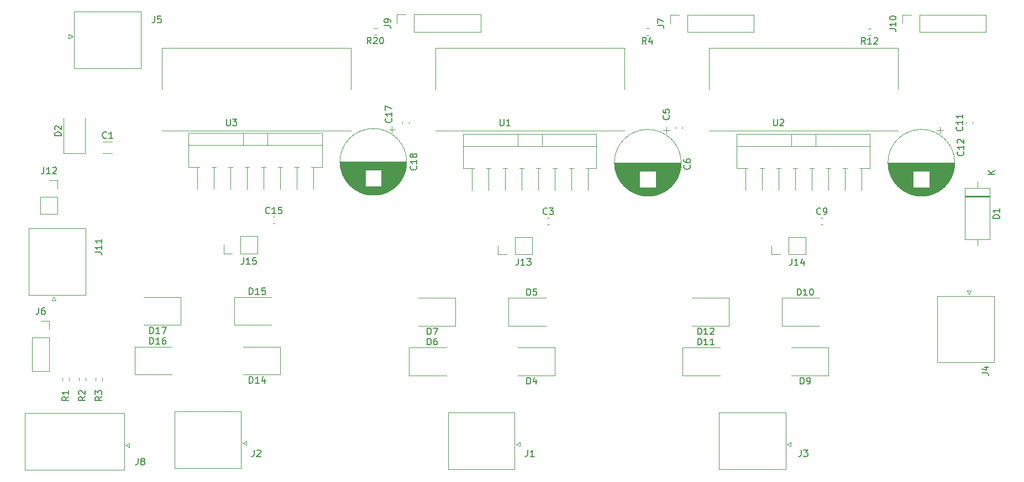
<source format=gbr>
%TF.GenerationSoftware,KiCad,Pcbnew,6.0.2+dfsg-1*%
%TF.CreationDate,2023-11-28T02:04:46+03:00*%
%TF.ProjectId,servodriver,73657276-6f64-4726-9976-65722e6b6963,rev?*%
%TF.SameCoordinates,Original*%
%TF.FileFunction,Legend,Top*%
%TF.FilePolarity,Positive*%
%FSLAX46Y46*%
G04 Gerber Fmt 4.6, Leading zero omitted, Abs format (unit mm)*
G04 Created by KiCad (PCBNEW 6.0.2+dfsg-1) date 2023-11-28 02:04:46*
%MOMM*%
%LPD*%
G01*
G04 APERTURE LIST*
%ADD10C,0.150000*%
%ADD11C,0.120000*%
G04 APERTURE END LIST*
D10*
%TO.C,R20*%
X131882142Y-45037380D02*
X131548809Y-44561190D01*
X131310714Y-45037380D02*
X131310714Y-44037380D01*
X131691666Y-44037380D01*
X131786904Y-44085000D01*
X131834523Y-44132619D01*
X131882142Y-44227857D01*
X131882142Y-44370714D01*
X131834523Y-44465952D01*
X131786904Y-44513571D01*
X131691666Y-44561190D01*
X131310714Y-44561190D01*
X132263095Y-44132619D02*
X132310714Y-44085000D01*
X132405952Y-44037380D01*
X132644047Y-44037380D01*
X132739285Y-44085000D01*
X132786904Y-44132619D01*
X132834523Y-44227857D01*
X132834523Y-44323095D01*
X132786904Y-44465952D01*
X132215476Y-45037380D01*
X132834523Y-45037380D01*
X133453571Y-44037380D02*
X133548809Y-44037380D01*
X133644047Y-44085000D01*
X133691666Y-44132619D01*
X133739285Y-44227857D01*
X133786904Y-44418333D01*
X133786904Y-44656428D01*
X133739285Y-44846904D01*
X133691666Y-44942142D01*
X133644047Y-44989761D01*
X133548809Y-45037380D01*
X133453571Y-45037380D01*
X133358333Y-44989761D01*
X133310714Y-44942142D01*
X133263095Y-44846904D01*
X133215476Y-44656428D01*
X133215476Y-44418333D01*
X133263095Y-44227857D01*
X133310714Y-44132619D01*
X133358333Y-44085000D01*
X133453571Y-44037380D01*
%TO.C,C6*%
X180697142Y-63666666D02*
X180744761Y-63714285D01*
X180792380Y-63857142D01*
X180792380Y-63952380D01*
X180744761Y-64095238D01*
X180649523Y-64190476D01*
X180554285Y-64238095D01*
X180363809Y-64285714D01*
X180220952Y-64285714D01*
X180030476Y-64238095D01*
X179935238Y-64190476D01*
X179840000Y-64095238D01*
X179792380Y-63952380D01*
X179792380Y-63857142D01*
X179840000Y-63714285D01*
X179887619Y-63666666D01*
X179792380Y-62809523D02*
X179792380Y-63000000D01*
X179840000Y-63095238D01*
X179887619Y-63142857D01*
X180030476Y-63238095D01*
X180220952Y-63285714D01*
X180601904Y-63285714D01*
X180697142Y-63238095D01*
X180744761Y-63190476D01*
X180792380Y-63095238D01*
X180792380Y-62904761D01*
X180744761Y-62809523D01*
X180697142Y-62761904D01*
X180601904Y-62714285D01*
X180363809Y-62714285D01*
X180268571Y-62761904D01*
X180220952Y-62809523D01*
X180173333Y-62904761D01*
X180173333Y-63095238D01*
X180220952Y-63190476D01*
X180268571Y-63238095D01*
X180363809Y-63285714D01*
%TO.C,C3*%
X158867979Y-71157142D02*
X158820360Y-71204761D01*
X158677503Y-71252380D01*
X158582265Y-71252380D01*
X158439407Y-71204761D01*
X158344169Y-71109523D01*
X158296550Y-71014285D01*
X158248931Y-70823809D01*
X158248931Y-70680952D01*
X158296550Y-70490476D01*
X158344169Y-70395238D01*
X158439407Y-70300000D01*
X158582265Y-70252380D01*
X158677503Y-70252380D01*
X158820360Y-70300000D01*
X158867979Y-70347619D01*
X159201312Y-70252380D02*
X159820360Y-70252380D01*
X159487026Y-70633333D01*
X159629884Y-70633333D01*
X159725122Y-70680952D01*
X159772741Y-70728571D01*
X159820360Y-70823809D01*
X159820360Y-71061904D01*
X159772741Y-71157142D01*
X159725122Y-71204761D01*
X159629884Y-71252380D01*
X159344169Y-71252380D01*
X159248931Y-71204761D01*
X159201312Y-71157142D01*
%TO.C,D4*%
X155756550Y-97272380D02*
X155756550Y-96272380D01*
X155994646Y-96272380D01*
X156137503Y-96320000D01*
X156232741Y-96415238D01*
X156280360Y-96510476D01*
X156327979Y-96700952D01*
X156327979Y-96843809D01*
X156280360Y-97034285D01*
X156232741Y-97129523D01*
X156137503Y-97224761D01*
X155994646Y-97272380D01*
X155756550Y-97272380D01*
X157185122Y-96605714D02*
X157185122Y-97272380D01*
X156947026Y-96224761D02*
X156708931Y-96939047D01*
X157327979Y-96939047D01*
%TO.C,J14*%
X196325122Y-78032380D02*
X196325122Y-78746666D01*
X196277503Y-78889523D01*
X196182265Y-78984761D01*
X196039407Y-79032380D01*
X195944169Y-79032380D01*
X197325122Y-79032380D02*
X196753693Y-79032380D01*
X197039407Y-79032380D02*
X197039407Y-78032380D01*
X196944169Y-78175238D01*
X196848931Y-78270476D01*
X196753693Y-78318095D01*
X198182265Y-78365714D02*
X198182265Y-79032380D01*
X197944169Y-77984761D02*
X197706074Y-78699047D01*
X198325122Y-78699047D01*
%TO.C,J10*%
X211312380Y-42719523D02*
X212026666Y-42719523D01*
X212169523Y-42767142D01*
X212264761Y-42862380D01*
X212312380Y-43005238D01*
X212312380Y-43100476D01*
X212312380Y-41719523D02*
X212312380Y-42290952D01*
X212312380Y-42005238D02*
X211312380Y-42005238D01*
X211455238Y-42100476D01*
X211550476Y-42195714D01*
X211598095Y-42290952D01*
X211312380Y-41100476D02*
X211312380Y-41005238D01*
X211360000Y-40910000D01*
X211407619Y-40862380D01*
X211502857Y-40814761D01*
X211693333Y-40767142D01*
X211931428Y-40767142D01*
X212121904Y-40814761D01*
X212217142Y-40862380D01*
X212264761Y-40910000D01*
X212312380Y-41005238D01*
X212312380Y-41100476D01*
X212264761Y-41195714D01*
X212217142Y-41243333D01*
X212121904Y-41290952D01*
X211931428Y-41338571D01*
X211693333Y-41338571D01*
X211502857Y-41290952D01*
X211407619Y-41243333D01*
X211360000Y-41195714D01*
X211312380Y-41100476D01*
%TO.C,D16*%
X97987079Y-91131891D02*
X97987079Y-90131891D01*
X98225174Y-90131891D01*
X98368031Y-90179511D01*
X98463269Y-90274749D01*
X98510888Y-90369987D01*
X98558507Y-90560463D01*
X98558507Y-90703320D01*
X98510888Y-90893796D01*
X98463269Y-90989034D01*
X98368031Y-91084272D01*
X98225174Y-91131891D01*
X97987079Y-91131891D01*
X99510888Y-91131891D02*
X98939460Y-91131891D01*
X99225174Y-91131891D02*
X99225174Y-90131891D01*
X99129936Y-90274749D01*
X99034698Y-90369987D01*
X98939460Y-90417606D01*
X100368031Y-90131891D02*
X100177555Y-90131891D01*
X100082317Y-90179511D01*
X100034698Y-90227130D01*
X99939460Y-90369987D01*
X99891841Y-90560463D01*
X99891841Y-90941415D01*
X99939460Y-91036653D01*
X99987079Y-91084272D01*
X100082317Y-91131891D01*
X100272793Y-91131891D01*
X100368031Y-91084272D01*
X100415650Y-91036653D01*
X100463269Y-90941415D01*
X100463269Y-90703320D01*
X100415650Y-90608082D01*
X100368031Y-90560463D01*
X100272793Y-90512844D01*
X100082317Y-90512844D01*
X99987079Y-90560463D01*
X99939460Y-90608082D01*
X99891841Y-90703320D01*
%TO.C,J4*%
X225512380Y-95583333D02*
X226226666Y-95583333D01*
X226369523Y-95630952D01*
X226464761Y-95726190D01*
X226512380Y-95869047D01*
X226512380Y-95964285D01*
X225845714Y-94678571D02*
X226512380Y-94678571D01*
X225464761Y-94916666D02*
X226179047Y-95154761D01*
X226179047Y-94535714D01*
%TO.C,D7*%
X140516550Y-89652380D02*
X140516550Y-88652380D01*
X140754646Y-88652380D01*
X140897503Y-88700000D01*
X140992741Y-88795238D01*
X141040360Y-88890476D01*
X141087979Y-89080952D01*
X141087979Y-89223809D01*
X141040360Y-89414285D01*
X140992741Y-89509523D01*
X140897503Y-89604761D01*
X140754646Y-89652380D01*
X140516550Y-89652380D01*
X141421312Y-88652380D02*
X142087979Y-88652380D01*
X141659407Y-89652380D01*
%TO.C,J5*%
X98726666Y-40812380D02*
X98726666Y-41526666D01*
X98679047Y-41669523D01*
X98583809Y-41764761D01*
X98440952Y-41812380D01*
X98345714Y-41812380D01*
X99679047Y-40812380D02*
X99202857Y-40812380D01*
X99155238Y-41288571D01*
X99202857Y-41240952D01*
X99298095Y-41193333D01*
X99536190Y-41193333D01*
X99631428Y-41240952D01*
X99679047Y-41288571D01*
X99726666Y-41383809D01*
X99726666Y-41621904D01*
X99679047Y-41717142D01*
X99631428Y-41764761D01*
X99536190Y-41812380D01*
X99298095Y-41812380D01*
X99202857Y-41764761D01*
X99155238Y-41717142D01*
%TO.C,J12*%
X81740476Y-63992380D02*
X81740476Y-64706666D01*
X81692857Y-64849523D01*
X81597619Y-64944761D01*
X81454761Y-64992380D01*
X81359523Y-64992380D01*
X82740476Y-64992380D02*
X82169047Y-64992380D01*
X82454761Y-64992380D02*
X82454761Y-63992380D01*
X82359523Y-64135238D01*
X82264285Y-64230476D01*
X82169047Y-64278095D01*
X83121428Y-64087619D02*
X83169047Y-64040000D01*
X83264285Y-63992380D01*
X83502380Y-63992380D01*
X83597619Y-64040000D01*
X83645238Y-64087619D01*
X83692857Y-64182857D01*
X83692857Y-64278095D01*
X83645238Y-64420952D01*
X83073809Y-64992380D01*
X83692857Y-64992380D01*
%TO.C,D9*%
X197666550Y-97272380D02*
X197666550Y-96272380D01*
X197904646Y-96272380D01*
X198047503Y-96320000D01*
X198142741Y-96415238D01*
X198190360Y-96510476D01*
X198237979Y-96700952D01*
X198237979Y-96843809D01*
X198190360Y-97034285D01*
X198142741Y-97129523D01*
X198047503Y-97224761D01*
X197904646Y-97272380D01*
X197666550Y-97272380D01*
X198714169Y-97272380D02*
X198904646Y-97272380D01*
X198999884Y-97224761D01*
X199047503Y-97177142D01*
X199142741Y-97034285D01*
X199190360Y-96843809D01*
X199190360Y-96462857D01*
X199142741Y-96367619D01*
X199095122Y-96320000D01*
X198999884Y-96272380D01*
X198809407Y-96272380D01*
X198714169Y-96320000D01*
X198666550Y-96367619D01*
X198618931Y-96462857D01*
X198618931Y-96700952D01*
X198666550Y-96796190D01*
X198714169Y-96843809D01*
X198809407Y-96891428D01*
X198999884Y-96891428D01*
X199095122Y-96843809D01*
X199142741Y-96796190D01*
X199190360Y-96700952D01*
%TO.C,J13*%
X154415122Y-78032380D02*
X154415122Y-78746666D01*
X154367503Y-78889523D01*
X154272265Y-78984761D01*
X154129407Y-79032380D01*
X154034169Y-79032380D01*
X155415122Y-79032380D02*
X154843693Y-79032380D01*
X155129407Y-79032380D02*
X155129407Y-78032380D01*
X155034169Y-78175238D01*
X154938931Y-78270476D01*
X154843693Y-78318095D01*
X155748455Y-78032380D02*
X156367503Y-78032380D01*
X156034169Y-78413333D01*
X156177026Y-78413333D01*
X156272265Y-78460952D01*
X156319884Y-78508571D01*
X156367503Y-78603809D01*
X156367503Y-78841904D01*
X156319884Y-78937142D01*
X156272265Y-78984761D01*
X156177026Y-79032380D01*
X155891312Y-79032380D01*
X155796074Y-78984761D01*
X155748455Y-78937142D01*
%TO.C,D15*%
X113227079Y-83511891D02*
X113227079Y-82511891D01*
X113465174Y-82511891D01*
X113608031Y-82559511D01*
X113703269Y-82654749D01*
X113750888Y-82749987D01*
X113798507Y-82940463D01*
X113798507Y-83083320D01*
X113750888Y-83273796D01*
X113703269Y-83369034D01*
X113608031Y-83464272D01*
X113465174Y-83511891D01*
X113227079Y-83511891D01*
X114750888Y-83511891D02*
X114179460Y-83511891D01*
X114465174Y-83511891D02*
X114465174Y-82511891D01*
X114369936Y-82654749D01*
X114274698Y-82749987D01*
X114179460Y-82797606D01*
X115655650Y-82511891D02*
X115179460Y-82511891D01*
X115131841Y-82988082D01*
X115179460Y-82940463D01*
X115274698Y-82892844D01*
X115512793Y-82892844D01*
X115608031Y-82940463D01*
X115655650Y-82988082D01*
X115703269Y-83083320D01*
X115703269Y-83321415D01*
X115655650Y-83416653D01*
X115608031Y-83464272D01*
X115512793Y-83511891D01*
X115274698Y-83511891D01*
X115179460Y-83464272D01*
X115131841Y-83416653D01*
%TO.C,C15*%
X116338507Y-71016653D02*
X116290888Y-71064272D01*
X116148031Y-71111891D01*
X116052793Y-71111891D01*
X115909936Y-71064272D01*
X115814698Y-70969034D01*
X115767079Y-70873796D01*
X115719460Y-70683320D01*
X115719460Y-70540463D01*
X115767079Y-70349987D01*
X115814698Y-70254749D01*
X115909936Y-70159511D01*
X116052793Y-70111891D01*
X116148031Y-70111891D01*
X116290888Y-70159511D01*
X116338507Y-70207130D01*
X117290888Y-71111891D02*
X116719460Y-71111891D01*
X117005174Y-71111891D02*
X117005174Y-70111891D01*
X116909936Y-70254749D01*
X116814698Y-70349987D01*
X116719460Y-70397606D01*
X118195650Y-70111891D02*
X117719460Y-70111891D01*
X117671841Y-70588082D01*
X117719460Y-70540463D01*
X117814698Y-70492844D01*
X118052793Y-70492844D01*
X118148031Y-70540463D01*
X118195650Y-70588082D01*
X118243269Y-70683320D01*
X118243269Y-70921415D01*
X118195650Y-71016653D01*
X118148031Y-71064272D01*
X118052793Y-71111891D01*
X117814698Y-71111891D01*
X117719460Y-71064272D01*
X117671841Y-71016653D01*
%TO.C,J7*%
X175752380Y-42243333D02*
X176466666Y-42243333D01*
X176609523Y-42290952D01*
X176704761Y-42386190D01*
X176752380Y-42529047D01*
X176752380Y-42624285D01*
X175752380Y-41862380D02*
X175752380Y-41195714D01*
X176752380Y-41624285D01*
%TO.C,J6*%
X80946666Y-85582380D02*
X80946666Y-86296666D01*
X80899047Y-86439523D01*
X80803809Y-86534761D01*
X80660952Y-86582380D01*
X80565714Y-86582380D01*
X81851428Y-85582380D02*
X81660952Y-85582380D01*
X81565714Y-85630000D01*
X81518095Y-85677619D01*
X81422857Y-85820476D01*
X81375238Y-86010952D01*
X81375238Y-86391904D01*
X81422857Y-86487142D01*
X81470476Y-86534761D01*
X81565714Y-86582380D01*
X81756190Y-86582380D01*
X81851428Y-86534761D01*
X81899047Y-86487142D01*
X81946666Y-86391904D01*
X81946666Y-86153809D01*
X81899047Y-86058571D01*
X81851428Y-86010952D01*
X81756190Y-85963333D01*
X81565714Y-85963333D01*
X81470476Y-86010952D01*
X81422857Y-86058571D01*
X81375238Y-86153809D01*
%TO.C,D17*%
X97987079Y-89511891D02*
X97987079Y-88511891D01*
X98225174Y-88511891D01*
X98368031Y-88559511D01*
X98463269Y-88654749D01*
X98510888Y-88749987D01*
X98558507Y-88940463D01*
X98558507Y-89083320D01*
X98510888Y-89273796D01*
X98463269Y-89369034D01*
X98368031Y-89464272D01*
X98225174Y-89511891D01*
X97987079Y-89511891D01*
X99510888Y-89511891D02*
X98939460Y-89511891D01*
X99225174Y-89511891D02*
X99225174Y-88511891D01*
X99129936Y-88654749D01*
X99034698Y-88749987D01*
X98939460Y-88797606D01*
X99844222Y-88511891D02*
X100510888Y-88511891D01*
X100082317Y-89511891D01*
%TO.C,D5*%
X155756550Y-83652380D02*
X155756550Y-82652380D01*
X155994646Y-82652380D01*
X156137503Y-82700000D01*
X156232741Y-82795238D01*
X156280360Y-82890476D01*
X156327979Y-83080952D01*
X156327979Y-83223809D01*
X156280360Y-83414285D01*
X156232741Y-83509523D01*
X156137503Y-83604761D01*
X155994646Y-83652380D01*
X155756550Y-83652380D01*
X157232741Y-82652380D02*
X156756550Y-82652380D01*
X156708931Y-83128571D01*
X156756550Y-83080952D01*
X156851788Y-83033333D01*
X157089884Y-83033333D01*
X157185122Y-83080952D01*
X157232741Y-83128571D01*
X157280360Y-83223809D01*
X157280360Y-83461904D01*
X157232741Y-83557142D01*
X157185122Y-83604761D01*
X157089884Y-83652380D01*
X156851788Y-83652380D01*
X156756550Y-83604761D01*
X156708931Y-83557142D01*
%TO.C,R12*%
X207607142Y-45087380D02*
X207273809Y-44611190D01*
X207035714Y-45087380D02*
X207035714Y-44087380D01*
X207416666Y-44087380D01*
X207511904Y-44135000D01*
X207559523Y-44182619D01*
X207607142Y-44277857D01*
X207607142Y-44420714D01*
X207559523Y-44515952D01*
X207511904Y-44563571D01*
X207416666Y-44611190D01*
X207035714Y-44611190D01*
X208559523Y-45087380D02*
X207988095Y-45087380D01*
X208273809Y-45087380D02*
X208273809Y-44087380D01*
X208178571Y-44230238D01*
X208083333Y-44325476D01*
X207988095Y-44373095D01*
X208940476Y-44182619D02*
X208988095Y-44135000D01*
X209083333Y-44087380D01*
X209321428Y-44087380D01*
X209416666Y-44135000D01*
X209464285Y-44182619D01*
X209511904Y-44277857D01*
X209511904Y-44373095D01*
X209464285Y-44515952D01*
X208892857Y-45087380D01*
X209511904Y-45087380D01*
%TO.C,C18*%
X138787142Y-63802368D02*
X138834761Y-63849987D01*
X138882380Y-63992844D01*
X138882380Y-64088082D01*
X138834761Y-64230939D01*
X138739523Y-64326177D01*
X138644285Y-64373796D01*
X138453809Y-64421415D01*
X138310952Y-64421415D01*
X138120476Y-64373796D01*
X138025238Y-64326177D01*
X137930000Y-64230939D01*
X137882380Y-64088082D01*
X137882380Y-63992844D01*
X137930000Y-63849987D01*
X137977619Y-63802368D01*
X138882380Y-62849987D02*
X138882380Y-63421415D01*
X138882380Y-63135701D02*
X137882380Y-63135701D01*
X138025238Y-63230939D01*
X138120476Y-63326177D01*
X138168095Y-63421415D01*
X138310952Y-62278558D02*
X138263333Y-62373796D01*
X138215714Y-62421415D01*
X138120476Y-62469034D01*
X138072857Y-62469034D01*
X137977619Y-62421415D01*
X137930000Y-62373796D01*
X137882380Y-62278558D01*
X137882380Y-62088082D01*
X137930000Y-61992844D01*
X137977619Y-61945225D01*
X138072857Y-61897606D01*
X138120476Y-61897606D01*
X138215714Y-61945225D01*
X138263333Y-61992844D01*
X138310952Y-62088082D01*
X138310952Y-62278558D01*
X138358571Y-62373796D01*
X138406190Y-62421415D01*
X138501428Y-62469034D01*
X138691904Y-62469034D01*
X138787142Y-62421415D01*
X138834761Y-62373796D01*
X138882380Y-62278558D01*
X138882380Y-62088082D01*
X138834761Y-61992844D01*
X138787142Y-61945225D01*
X138691904Y-61897606D01*
X138501428Y-61897606D01*
X138406190Y-61945225D01*
X138358571Y-61992844D01*
X138310952Y-62088082D01*
%TO.C,D14*%
X113227079Y-97131891D02*
X113227079Y-96131891D01*
X113465174Y-96131891D01*
X113608031Y-96179511D01*
X113703269Y-96274749D01*
X113750888Y-96369987D01*
X113798507Y-96560463D01*
X113798507Y-96703320D01*
X113750888Y-96893796D01*
X113703269Y-96989034D01*
X113608031Y-97084272D01*
X113465174Y-97131891D01*
X113227079Y-97131891D01*
X114750888Y-97131891D02*
X114179460Y-97131891D01*
X114465174Y-97131891D02*
X114465174Y-96131891D01*
X114369936Y-96274749D01*
X114274698Y-96369987D01*
X114179460Y-96417606D01*
X115608031Y-96465225D02*
X115608031Y-97131891D01*
X115369936Y-96084272D02*
X115131841Y-96798558D01*
X115750888Y-96798558D01*
%TO.C,D1*%
X228162380Y-71858095D02*
X227162380Y-71858095D01*
X227162380Y-71620000D01*
X227210000Y-71477142D01*
X227305238Y-71381904D01*
X227400476Y-71334285D01*
X227590952Y-71286666D01*
X227733809Y-71286666D01*
X227924285Y-71334285D01*
X228019523Y-71381904D01*
X228114761Y-71477142D01*
X228162380Y-71620000D01*
X228162380Y-71858095D01*
X228162380Y-70334285D02*
X228162380Y-70905714D01*
X228162380Y-70620000D02*
X227162380Y-70620000D01*
X227305238Y-70715238D01*
X227400476Y-70810476D01*
X227448095Y-70905714D01*
X227442380Y-65031904D02*
X226442380Y-65031904D01*
X227442380Y-64460476D02*
X226870952Y-64889047D01*
X226442380Y-64460476D02*
X227013809Y-65031904D01*
%TO.C,J1*%
X155876666Y-107402380D02*
X155876666Y-108116666D01*
X155829047Y-108259523D01*
X155733809Y-108354761D01*
X155590952Y-108402380D01*
X155495714Y-108402380D01*
X156876666Y-108402380D02*
X156305238Y-108402380D01*
X156590952Y-108402380D02*
X156590952Y-107402380D01*
X156495714Y-107545238D01*
X156400476Y-107640476D01*
X156305238Y-107688095D01*
%TO.C,J2*%
X113966666Y-107402380D02*
X113966666Y-108116666D01*
X113919047Y-108259523D01*
X113823809Y-108354761D01*
X113680952Y-108402380D01*
X113585714Y-108402380D01*
X114395238Y-107497619D02*
X114442857Y-107450000D01*
X114538095Y-107402380D01*
X114776190Y-107402380D01*
X114871428Y-107450000D01*
X114919047Y-107497619D01*
X114966666Y-107592857D01*
X114966666Y-107688095D01*
X114919047Y-107830952D01*
X114347619Y-108402380D01*
X114966666Y-108402380D01*
%TO.C,C9*%
X200777979Y-71157142D02*
X200730360Y-71204761D01*
X200587503Y-71252380D01*
X200492265Y-71252380D01*
X200349407Y-71204761D01*
X200254169Y-71109523D01*
X200206550Y-71014285D01*
X200158931Y-70823809D01*
X200158931Y-70680952D01*
X200206550Y-70490476D01*
X200254169Y-70395238D01*
X200349407Y-70300000D01*
X200492265Y-70252380D01*
X200587503Y-70252380D01*
X200730360Y-70300000D01*
X200777979Y-70347619D01*
X201254169Y-71252380D02*
X201444646Y-71252380D01*
X201539884Y-71204761D01*
X201587503Y-71157142D01*
X201682741Y-71014285D01*
X201730360Y-70823809D01*
X201730360Y-70442857D01*
X201682741Y-70347619D01*
X201635122Y-70300000D01*
X201539884Y-70252380D01*
X201349407Y-70252380D01*
X201254169Y-70300000D01*
X201206550Y-70347619D01*
X201158931Y-70442857D01*
X201158931Y-70680952D01*
X201206550Y-70776190D01*
X201254169Y-70823809D01*
X201349407Y-70871428D01*
X201539884Y-70871428D01*
X201635122Y-70823809D01*
X201682741Y-70776190D01*
X201730360Y-70680952D01*
%TO.C,U2*%
X193548095Y-56602380D02*
X193548095Y-57411904D01*
X193595714Y-57507142D01*
X193643333Y-57554761D01*
X193738571Y-57602380D01*
X193929047Y-57602380D01*
X194024285Y-57554761D01*
X194071904Y-57507142D01*
X194119523Y-57411904D01*
X194119523Y-56602380D01*
X194548095Y-56697619D02*
X194595714Y-56650000D01*
X194690952Y-56602380D01*
X194929047Y-56602380D01*
X195024285Y-56650000D01*
X195071904Y-56697619D01*
X195119523Y-56792857D01*
X195119523Y-56888095D01*
X195071904Y-57030952D01*
X194500476Y-57602380D01*
X195119523Y-57602380D01*
%TO.C,R1*%
X85542380Y-99226666D02*
X85066190Y-99560000D01*
X85542380Y-99798095D02*
X84542380Y-99798095D01*
X84542380Y-99417142D01*
X84590000Y-99321904D01*
X84637619Y-99274285D01*
X84732857Y-99226666D01*
X84875714Y-99226666D01*
X84970952Y-99274285D01*
X85018571Y-99321904D01*
X85066190Y-99417142D01*
X85066190Y-99798095D01*
X85542380Y-98274285D02*
X85542380Y-98845714D01*
X85542380Y-98560000D02*
X84542380Y-98560000D01*
X84685238Y-98655238D01*
X84780476Y-98750476D01*
X84828095Y-98845714D01*
%TO.C,R3*%
X90622380Y-99226666D02*
X90146190Y-99560000D01*
X90622380Y-99798095D02*
X89622380Y-99798095D01*
X89622380Y-99417142D01*
X89670000Y-99321904D01*
X89717619Y-99274285D01*
X89812857Y-99226666D01*
X89955714Y-99226666D01*
X90050952Y-99274285D01*
X90098571Y-99321904D01*
X90146190Y-99417142D01*
X90146190Y-99798095D01*
X89622380Y-98893333D02*
X89622380Y-98274285D01*
X90003333Y-98607619D01*
X90003333Y-98464761D01*
X90050952Y-98369523D01*
X90098571Y-98321904D01*
X90193809Y-98274285D01*
X90431904Y-98274285D01*
X90527142Y-98321904D01*
X90574761Y-98369523D01*
X90622380Y-98464761D01*
X90622380Y-98750476D01*
X90574761Y-98845714D01*
X90527142Y-98893333D01*
%TO.C,J15*%
X112361841Y-77891891D02*
X112361841Y-78606177D01*
X112314222Y-78749034D01*
X112218984Y-78844272D01*
X112076126Y-78891891D01*
X111980888Y-78891891D01*
X113361841Y-78891891D02*
X112790412Y-78891891D01*
X113076126Y-78891891D02*
X113076126Y-77891891D01*
X112980888Y-78034749D01*
X112885650Y-78129987D01*
X112790412Y-78177606D01*
X114266603Y-77891891D02*
X113790412Y-77891891D01*
X113742793Y-78368082D01*
X113790412Y-78320463D01*
X113885650Y-78272844D01*
X114123745Y-78272844D01*
X114218984Y-78320463D01*
X114266603Y-78368082D01*
X114314222Y-78463320D01*
X114314222Y-78701415D01*
X114266603Y-78796653D01*
X114218984Y-78844272D01*
X114123745Y-78891891D01*
X113885650Y-78891891D01*
X113790412Y-78844272D01*
X113742793Y-78796653D01*
%TO.C,U1*%
X151638095Y-56602380D02*
X151638095Y-57411904D01*
X151685714Y-57507142D01*
X151733333Y-57554761D01*
X151828571Y-57602380D01*
X152019047Y-57602380D01*
X152114285Y-57554761D01*
X152161904Y-57507142D01*
X152209523Y-57411904D01*
X152209523Y-56602380D01*
X153209523Y-57602380D02*
X152638095Y-57602380D01*
X152923809Y-57602380D02*
X152923809Y-56602380D01*
X152828571Y-56745238D01*
X152733333Y-56840476D01*
X152638095Y-56888095D01*
%TO.C,J11*%
X89622380Y-77009523D02*
X90336666Y-77009523D01*
X90479523Y-77057142D01*
X90574761Y-77152380D01*
X90622380Y-77295238D01*
X90622380Y-77390476D01*
X90622380Y-76009523D02*
X90622380Y-76580952D01*
X90622380Y-76295238D02*
X89622380Y-76295238D01*
X89765238Y-76390476D01*
X89860476Y-76485714D01*
X89908095Y-76580952D01*
X90622380Y-75057142D02*
X90622380Y-75628571D01*
X90622380Y-75342857D02*
X89622380Y-75342857D01*
X89765238Y-75438095D01*
X89860476Y-75533333D01*
X89908095Y-75628571D01*
%TO.C,D12*%
X181950360Y-89652380D02*
X181950360Y-88652380D01*
X182188455Y-88652380D01*
X182331312Y-88700000D01*
X182426550Y-88795238D01*
X182474169Y-88890476D01*
X182521788Y-89080952D01*
X182521788Y-89223809D01*
X182474169Y-89414285D01*
X182426550Y-89509523D01*
X182331312Y-89604761D01*
X182188455Y-89652380D01*
X181950360Y-89652380D01*
X183474169Y-89652380D02*
X182902741Y-89652380D01*
X183188455Y-89652380D02*
X183188455Y-88652380D01*
X183093217Y-88795238D01*
X182997979Y-88890476D01*
X182902741Y-88938095D01*
X183855122Y-88747619D02*
X183902741Y-88700000D01*
X183997979Y-88652380D01*
X184236074Y-88652380D01*
X184331312Y-88700000D01*
X184378931Y-88747619D01*
X184426550Y-88842857D01*
X184426550Y-88938095D01*
X184378931Y-89080952D01*
X183807503Y-89652380D01*
X184426550Y-89652380D01*
%TO.C,D10*%
X197190360Y-83652380D02*
X197190360Y-82652380D01*
X197428455Y-82652380D01*
X197571312Y-82700000D01*
X197666550Y-82795238D01*
X197714169Y-82890476D01*
X197761788Y-83080952D01*
X197761788Y-83223809D01*
X197714169Y-83414285D01*
X197666550Y-83509523D01*
X197571312Y-83604761D01*
X197428455Y-83652380D01*
X197190360Y-83652380D01*
X198714169Y-83652380D02*
X198142741Y-83652380D01*
X198428455Y-83652380D02*
X198428455Y-82652380D01*
X198333217Y-82795238D01*
X198237979Y-82890476D01*
X198142741Y-82938095D01*
X199333217Y-82652380D02*
X199428455Y-82652380D01*
X199523693Y-82700000D01*
X199571312Y-82747619D01*
X199618931Y-82842857D01*
X199666550Y-83033333D01*
X199666550Y-83271428D01*
X199618931Y-83461904D01*
X199571312Y-83557142D01*
X199523693Y-83604761D01*
X199428455Y-83652380D01*
X199333217Y-83652380D01*
X199237979Y-83604761D01*
X199190360Y-83557142D01*
X199142741Y-83461904D01*
X199095122Y-83271428D01*
X199095122Y-83033333D01*
X199142741Y-82842857D01*
X199190360Y-82747619D01*
X199237979Y-82700000D01*
X199333217Y-82652380D01*
%TO.C,J9*%
X133872380Y-42218333D02*
X134586666Y-42218333D01*
X134729523Y-42265952D01*
X134824761Y-42361190D01*
X134872380Y-42504047D01*
X134872380Y-42599285D01*
X134872380Y-41694523D02*
X134872380Y-41504047D01*
X134824761Y-41408809D01*
X134777142Y-41361190D01*
X134634285Y-41265952D01*
X134443809Y-41218333D01*
X134062857Y-41218333D01*
X133967619Y-41265952D01*
X133920000Y-41313571D01*
X133872380Y-41408809D01*
X133872380Y-41599285D01*
X133920000Y-41694523D01*
X133967619Y-41742142D01*
X134062857Y-41789761D01*
X134300952Y-41789761D01*
X134396190Y-41742142D01*
X134443809Y-41694523D01*
X134491428Y-41599285D01*
X134491428Y-41408809D01*
X134443809Y-41313571D01*
X134396190Y-41265952D01*
X134300952Y-41218333D01*
%TO.C,U3*%
X109728095Y-56602380D02*
X109728095Y-57411904D01*
X109775714Y-57507142D01*
X109823333Y-57554761D01*
X109918571Y-57602380D01*
X110109047Y-57602380D01*
X110204285Y-57554761D01*
X110251904Y-57507142D01*
X110299523Y-57411904D01*
X110299523Y-56602380D01*
X110680476Y-56602380D02*
X111299523Y-56602380D01*
X110966190Y-56983333D01*
X111109047Y-56983333D01*
X111204285Y-57030952D01*
X111251904Y-57078571D01*
X111299523Y-57173809D01*
X111299523Y-57411904D01*
X111251904Y-57507142D01*
X111204285Y-57554761D01*
X111109047Y-57602380D01*
X110823333Y-57602380D01*
X110728095Y-57554761D01*
X110680476Y-57507142D01*
%TO.C,C1*%
X91353333Y-59467142D02*
X91305714Y-59514761D01*
X91162857Y-59562380D01*
X91067619Y-59562380D01*
X90924761Y-59514761D01*
X90829523Y-59419523D01*
X90781904Y-59324285D01*
X90734285Y-59133809D01*
X90734285Y-58990952D01*
X90781904Y-58800476D01*
X90829523Y-58705238D01*
X90924761Y-58610000D01*
X91067619Y-58562380D01*
X91162857Y-58562380D01*
X91305714Y-58610000D01*
X91353333Y-58657619D01*
X92305714Y-59562380D02*
X91734285Y-59562380D01*
X92020000Y-59562380D02*
X92020000Y-58562380D01*
X91924761Y-58705238D01*
X91829523Y-58800476D01*
X91734285Y-58848095D01*
%TO.C,R4*%
X174045833Y-45062380D02*
X173712500Y-44586190D01*
X173474404Y-45062380D02*
X173474404Y-44062380D01*
X173855357Y-44062380D01*
X173950595Y-44110000D01*
X173998214Y-44157619D01*
X174045833Y-44252857D01*
X174045833Y-44395714D01*
X173998214Y-44490952D01*
X173950595Y-44538571D01*
X173855357Y-44586190D01*
X173474404Y-44586190D01*
X174902976Y-44395714D02*
X174902976Y-45062380D01*
X174664880Y-44014761D02*
X174426785Y-44729047D01*
X175045833Y-44729047D01*
%TO.C,C17*%
X134977142Y-56522857D02*
X135024761Y-56570476D01*
X135072380Y-56713333D01*
X135072380Y-56808571D01*
X135024761Y-56951428D01*
X134929523Y-57046666D01*
X134834285Y-57094285D01*
X134643809Y-57141904D01*
X134500952Y-57141904D01*
X134310476Y-57094285D01*
X134215238Y-57046666D01*
X134120000Y-56951428D01*
X134072380Y-56808571D01*
X134072380Y-56713333D01*
X134120000Y-56570476D01*
X134167619Y-56522857D01*
X135072380Y-55570476D02*
X135072380Y-56141904D01*
X135072380Y-55856190D02*
X134072380Y-55856190D01*
X134215238Y-55951428D01*
X134310476Y-56046666D01*
X134358095Y-56141904D01*
X134072380Y-55237142D02*
X134072380Y-54570476D01*
X135072380Y-54999047D01*
%TO.C,C5*%
X177506788Y-56046666D02*
X177554407Y-56094285D01*
X177602026Y-56237142D01*
X177602026Y-56332380D01*
X177554407Y-56475238D01*
X177459169Y-56570476D01*
X177363931Y-56618095D01*
X177173455Y-56665714D01*
X177030598Y-56665714D01*
X176840122Y-56618095D01*
X176744884Y-56570476D01*
X176649646Y-56475238D01*
X176602026Y-56332380D01*
X176602026Y-56237142D01*
X176649646Y-56094285D01*
X176697265Y-56046666D01*
X176602026Y-55141904D02*
X176602026Y-55618095D01*
X177078217Y-55665714D01*
X177030598Y-55618095D01*
X176982979Y-55522857D01*
X176982979Y-55284761D01*
X177030598Y-55189523D01*
X177078217Y-55141904D01*
X177173455Y-55094285D01*
X177411550Y-55094285D01*
X177506788Y-55141904D01*
X177554407Y-55189523D01*
X177602026Y-55284761D01*
X177602026Y-55522857D01*
X177554407Y-55618095D01*
X177506788Y-55665714D01*
%TO.C,J3*%
X197786666Y-107402380D02*
X197786666Y-108116666D01*
X197739047Y-108259523D01*
X197643809Y-108354761D01*
X197500952Y-108402380D01*
X197405714Y-108402380D01*
X198167619Y-107402380D02*
X198786666Y-107402380D01*
X198453333Y-107783333D01*
X198596190Y-107783333D01*
X198691428Y-107830952D01*
X198739047Y-107878571D01*
X198786666Y-107973809D01*
X198786666Y-108211904D01*
X198739047Y-108307142D01*
X198691428Y-108354761D01*
X198596190Y-108402380D01*
X198310476Y-108402380D01*
X198215238Y-108354761D01*
X198167619Y-108307142D01*
%TO.C,J8*%
X96186666Y-108672380D02*
X96186666Y-109386666D01*
X96139047Y-109529523D01*
X96043809Y-109624761D01*
X95900952Y-109672380D01*
X95805714Y-109672380D01*
X96805714Y-109100952D02*
X96710476Y-109053333D01*
X96662857Y-109005714D01*
X96615238Y-108910476D01*
X96615238Y-108862857D01*
X96662857Y-108767619D01*
X96710476Y-108720000D01*
X96805714Y-108672380D01*
X96996190Y-108672380D01*
X97091428Y-108720000D01*
X97139047Y-108767619D01*
X97186666Y-108862857D01*
X97186666Y-108910476D01*
X97139047Y-109005714D01*
X97091428Y-109053333D01*
X96996190Y-109100952D01*
X96805714Y-109100952D01*
X96710476Y-109148571D01*
X96662857Y-109196190D01*
X96615238Y-109291428D01*
X96615238Y-109481904D01*
X96662857Y-109577142D01*
X96710476Y-109624761D01*
X96805714Y-109672380D01*
X96996190Y-109672380D01*
X97091428Y-109624761D01*
X97139047Y-109577142D01*
X97186666Y-109481904D01*
X97186666Y-109291428D01*
X97139047Y-109196190D01*
X97091428Y-109148571D01*
X96996190Y-109100952D01*
%TO.C,C12*%
X222607142Y-61602857D02*
X222654761Y-61650476D01*
X222702380Y-61793333D01*
X222702380Y-61888571D01*
X222654761Y-62031428D01*
X222559523Y-62126666D01*
X222464285Y-62174285D01*
X222273809Y-62221904D01*
X222130952Y-62221904D01*
X221940476Y-62174285D01*
X221845238Y-62126666D01*
X221750000Y-62031428D01*
X221702380Y-61888571D01*
X221702380Y-61793333D01*
X221750000Y-61650476D01*
X221797619Y-61602857D01*
X222702380Y-60650476D02*
X222702380Y-61221904D01*
X222702380Y-60936190D02*
X221702380Y-60936190D01*
X221845238Y-61031428D01*
X221940476Y-61126666D01*
X221988095Y-61221904D01*
X221797619Y-60269523D02*
X221750000Y-60221904D01*
X221702380Y-60126666D01*
X221702380Y-59888571D01*
X221750000Y-59793333D01*
X221797619Y-59745714D01*
X221892857Y-59698095D01*
X221988095Y-59698095D01*
X222130952Y-59745714D01*
X222702380Y-60317142D01*
X222702380Y-59698095D01*
%TO.C,C11*%
X222447142Y-57792857D02*
X222494761Y-57840476D01*
X222542380Y-57983333D01*
X222542380Y-58078571D01*
X222494761Y-58221428D01*
X222399523Y-58316666D01*
X222304285Y-58364285D01*
X222113809Y-58411904D01*
X221970952Y-58411904D01*
X221780476Y-58364285D01*
X221685238Y-58316666D01*
X221590000Y-58221428D01*
X221542380Y-58078571D01*
X221542380Y-57983333D01*
X221590000Y-57840476D01*
X221637619Y-57792857D01*
X222542380Y-56840476D02*
X222542380Y-57411904D01*
X222542380Y-57126190D02*
X221542380Y-57126190D01*
X221685238Y-57221428D01*
X221780476Y-57316666D01*
X221828095Y-57411904D01*
X222542380Y-55888095D02*
X222542380Y-56459523D01*
X222542380Y-56173809D02*
X221542380Y-56173809D01*
X221685238Y-56269047D01*
X221780476Y-56364285D01*
X221828095Y-56459523D01*
%TO.C,D11*%
X181950360Y-91272380D02*
X181950360Y-90272380D01*
X182188455Y-90272380D01*
X182331312Y-90320000D01*
X182426550Y-90415238D01*
X182474169Y-90510476D01*
X182521788Y-90700952D01*
X182521788Y-90843809D01*
X182474169Y-91034285D01*
X182426550Y-91129523D01*
X182331312Y-91224761D01*
X182188455Y-91272380D01*
X181950360Y-91272380D01*
X183474169Y-91272380D02*
X182902741Y-91272380D01*
X183188455Y-91272380D02*
X183188455Y-90272380D01*
X183093217Y-90415238D01*
X182997979Y-90510476D01*
X182902741Y-90558095D01*
X184426550Y-91272380D02*
X183855122Y-91272380D01*
X184140836Y-91272380D02*
X184140836Y-90272380D01*
X184045598Y-90415238D01*
X183950360Y-90510476D01*
X183855122Y-90558095D01*
%TO.C,R2*%
X88082380Y-99226666D02*
X87606190Y-99560000D01*
X88082380Y-99798095D02*
X87082380Y-99798095D01*
X87082380Y-99417142D01*
X87130000Y-99321904D01*
X87177619Y-99274285D01*
X87272857Y-99226666D01*
X87415714Y-99226666D01*
X87510952Y-99274285D01*
X87558571Y-99321904D01*
X87606190Y-99417142D01*
X87606190Y-99798095D01*
X87177619Y-98845714D02*
X87130000Y-98798095D01*
X87082380Y-98702857D01*
X87082380Y-98464761D01*
X87130000Y-98369523D01*
X87177619Y-98321904D01*
X87272857Y-98274285D01*
X87368095Y-98274285D01*
X87510952Y-98321904D01*
X88082380Y-98893333D01*
X88082380Y-98274285D01*
%TO.C,D2*%
X84392380Y-59158095D02*
X83392380Y-59158095D01*
X83392380Y-58920000D01*
X83440000Y-58777142D01*
X83535238Y-58681904D01*
X83630476Y-58634285D01*
X83820952Y-58586666D01*
X83963809Y-58586666D01*
X84154285Y-58634285D01*
X84249523Y-58681904D01*
X84344761Y-58777142D01*
X84392380Y-58920000D01*
X84392380Y-59158095D01*
X83487619Y-58205714D02*
X83440000Y-58158095D01*
X83392380Y-58062857D01*
X83392380Y-57824761D01*
X83440000Y-57729523D01*
X83487619Y-57681904D01*
X83582857Y-57634285D01*
X83678095Y-57634285D01*
X83820952Y-57681904D01*
X84392380Y-58253333D01*
X84392380Y-57634285D01*
%TO.C,D6*%
X140516550Y-91272380D02*
X140516550Y-90272380D01*
X140754646Y-90272380D01*
X140897503Y-90320000D01*
X140992741Y-90415238D01*
X141040360Y-90510476D01*
X141087979Y-90700952D01*
X141087979Y-90843809D01*
X141040360Y-91034285D01*
X140992741Y-91129523D01*
X140897503Y-91224761D01*
X140754646Y-91272380D01*
X140516550Y-91272380D01*
X141945122Y-90272380D02*
X141754646Y-90272380D01*
X141659407Y-90320000D01*
X141611788Y-90367619D01*
X141516550Y-90510476D01*
X141468931Y-90700952D01*
X141468931Y-91081904D01*
X141516550Y-91177142D01*
X141564169Y-91224761D01*
X141659407Y-91272380D01*
X141849884Y-91272380D01*
X141945122Y-91224761D01*
X141992741Y-91177142D01*
X142040360Y-91081904D01*
X142040360Y-90843809D01*
X141992741Y-90748571D01*
X141945122Y-90700952D01*
X141849884Y-90653333D01*
X141659407Y-90653333D01*
X141564169Y-90700952D01*
X141516550Y-90748571D01*
X141468931Y-90843809D01*
D11*
%TO.C,REF\u002A\u002A*%
X212620000Y-45720000D02*
X183620000Y-45720000D01*
X212620000Y-52070000D02*
X212620000Y-45720000D01*
X183620000Y-45720000D02*
X183620000Y-52070000D01*
X198120000Y-58420000D02*
X212620000Y-58420000D01*
X183620000Y-58420000D02*
X198120000Y-58420000D01*
X170710000Y-45720000D02*
X141710000Y-45720000D01*
X170710000Y-52070000D02*
X170710000Y-45720000D01*
X141710000Y-45720000D02*
X141710000Y-52070000D01*
X156210000Y-58420000D02*
X170710000Y-58420000D01*
X141710000Y-58420000D02*
X156210000Y-58420000D01*
X128800000Y-45720000D02*
X99800000Y-45720000D01*
X128800000Y-52070000D02*
X128800000Y-45720000D01*
X99800000Y-45720000D02*
X99800000Y-52070000D01*
X114300000Y-58420000D02*
X128800000Y-58420000D01*
X99800000Y-58420000D02*
X114300000Y-58420000D01*
%TO.C,R20*%
X132762258Y-43677500D02*
X132287742Y-43677500D01*
X132762258Y-42632500D02*
X132287742Y-42632500D01*
%TO.C,C6*%
X178354646Y-66341000D02*
X175515646Y-66341000D01*
X173033646Y-66461000D02*
X170285646Y-66461000D01*
X179159646Y-64701000D02*
X175515646Y-64701000D01*
X173033646Y-66221000D02*
X170108646Y-66221000D01*
X177430646Y-67301000D02*
X171118646Y-67301000D01*
X173033646Y-64821000D02*
X169424646Y-64821000D01*
X176639646Y-67821000D02*
X171909646Y-67821000D01*
X177990646Y-66781000D02*
X175515646Y-66781000D01*
X178098646Y-66661000D02*
X175515646Y-66661000D01*
X173033646Y-66341000D02*
X170194646Y-66341000D01*
X177666646Y-67101000D02*
X170882646Y-67101000D01*
X179342646Y-63660000D02*
X169206646Y-63660000D01*
X173033646Y-65901000D02*
X169903646Y-65901000D01*
X173033646Y-64701000D02*
X169389646Y-64701000D01*
X179248646Y-64341000D02*
X169300646Y-64341000D01*
X173033646Y-65541000D02*
X169710646Y-65541000D01*
X173033646Y-64861000D02*
X169437646Y-64861000D01*
X178981646Y-65221000D02*
X175515646Y-65221000D01*
X179042646Y-65061000D02*
X175515646Y-65061000D01*
X179354646Y-63300000D02*
X169194646Y-63300000D01*
X179239646Y-64381000D02*
X169309646Y-64381000D01*
X177575646Y-67181000D02*
X170973646Y-67181000D01*
X173033646Y-66261000D02*
X170136646Y-66261000D01*
X173033646Y-65621000D02*
X169749646Y-65621000D01*
X177149646Y-57820354D02*
X177149646Y-58820354D01*
X178063646Y-66701000D02*
X175515646Y-66701000D01*
X173033646Y-64981000D02*
X169477646Y-64981000D01*
X173033646Y-65101000D02*
X169520646Y-65101000D01*
X177104646Y-67541000D02*
X171444646Y-67541000D01*
X179347646Y-63580000D02*
X169201646Y-63580000D01*
X173033646Y-66301000D02*
X170164646Y-66301000D01*
X179171646Y-64661000D02*
X175515646Y-64661000D01*
X173033646Y-66501000D02*
X170317646Y-66501000D01*
X173033646Y-66181000D02*
X170080646Y-66181000D01*
X173033646Y-65981000D02*
X169951646Y-65981000D01*
X175136646Y-68341000D02*
X173412646Y-68341000D01*
X178597646Y-65981000D02*
X175515646Y-65981000D01*
X179285646Y-64141000D02*
X169263646Y-64141000D01*
X178877646Y-65461000D02*
X175515646Y-65461000D01*
X178948646Y-65301000D02*
X175515646Y-65301000D01*
X178669646Y-65861000D02*
X175515646Y-65861000D01*
X178324646Y-66381000D02*
X175515646Y-66381000D01*
X179256646Y-64301000D02*
X169292646Y-64301000D01*
X173033646Y-65941000D02*
X169927646Y-65941000D01*
X175904646Y-68141000D02*
X172644646Y-68141000D01*
X176016646Y-68101000D02*
X172532646Y-68101000D01*
X177710646Y-67061000D02*
X170838646Y-67061000D01*
X173033646Y-65701000D02*
X169791646Y-65701000D01*
X177528646Y-67221000D02*
X171020646Y-67221000D01*
X173033646Y-66141000D02*
X170053646Y-66141000D01*
X177163646Y-67501000D02*
X171385646Y-67501000D01*
X179354646Y-63380000D02*
X169194646Y-63380000D01*
X173033646Y-66941000D02*
X170713646Y-66941000D01*
X179304646Y-64021000D02*
X169244646Y-64021000D01*
X175652646Y-68221000D02*
X172896646Y-68221000D01*
X173033646Y-65261000D02*
X169584646Y-65261000D01*
X178838646Y-65541000D02*
X175515646Y-65541000D01*
X178294646Y-66421000D02*
X175515646Y-66421000D01*
X173033646Y-65061000D02*
X169506646Y-65061000D01*
X173033646Y-66621000D02*
X170416646Y-66621000D01*
X179349646Y-63540000D02*
X169199646Y-63540000D01*
X178621646Y-65941000D02*
X175515646Y-65941000D01*
X173033646Y-66381000D02*
X170224646Y-66381000D01*
X173033646Y-64901000D02*
X169450646Y-64901000D01*
X173033646Y-64781000D02*
X169412646Y-64781000D01*
X179324646Y-63860000D02*
X169224646Y-63860000D01*
X173033646Y-66901000D02*
X170673646Y-66901000D01*
X179192646Y-64581000D02*
X175515646Y-64581000D01*
X178799646Y-65621000D02*
X175515646Y-65621000D01*
X173033646Y-66541000D02*
X170349646Y-66541000D01*
X179336646Y-63740000D02*
X169212646Y-63740000D01*
X179230646Y-64421000D02*
X169318646Y-64421000D01*
X173033646Y-66101000D02*
X170027646Y-66101000D01*
X173033646Y-65021000D02*
X169491646Y-65021000D01*
X173033646Y-66061000D02*
X170001646Y-66061000D01*
X178263646Y-66461000D02*
X175515646Y-66461000D01*
X178858646Y-65501000D02*
X175515646Y-65501000D01*
X173033646Y-64661000D02*
X169377646Y-64661000D01*
X178132646Y-66621000D02*
X175515646Y-66621000D01*
X179071646Y-64981000D02*
X175515646Y-64981000D01*
X173033646Y-66701000D02*
X170485646Y-66701000D01*
X177914646Y-66861000D02*
X175515646Y-66861000D01*
X173033646Y-65861000D02*
X169879646Y-65861000D01*
X176983646Y-67621000D02*
X171565646Y-67621000D01*
X178166646Y-66581000D02*
X175515646Y-66581000D01*
X179181646Y-64621000D02*
X175515646Y-64621000D01*
X179319646Y-63900000D02*
X169229646Y-63900000D01*
X173033646Y-64941000D02*
X169463646Y-64941000D01*
X176853646Y-67701000D02*
X171695646Y-67701000D01*
X178440646Y-66221000D02*
X175515646Y-66221000D01*
X179111646Y-64861000D02*
X175515646Y-64861000D01*
X173033646Y-65341000D02*
X169617646Y-65341000D01*
X177480646Y-67261000D02*
X171068646Y-67261000D01*
X179328646Y-63820000D02*
X169220646Y-63820000D01*
X176120646Y-68061000D02*
X172428646Y-68061000D01*
X177274646Y-67421000D02*
X171274646Y-67421000D01*
X178757646Y-65701000D02*
X175515646Y-65701000D01*
X177752646Y-67021000D02*
X175515646Y-67021000D01*
X177621646Y-67141000D02*
X170927646Y-67141000D01*
X178895646Y-65421000D02*
X175515646Y-65421000D01*
X179339646Y-63700000D02*
X169209646Y-63700000D01*
X177794646Y-66981000D02*
X175515646Y-66981000D01*
X179344646Y-63620000D02*
X169204646Y-63620000D01*
X179298646Y-64061000D02*
X169250646Y-64061000D01*
X178714646Y-65781000D02*
X175515646Y-65781000D01*
X173033646Y-65381000D02*
X169635646Y-65381000D01*
X179278646Y-64181000D02*
X169270646Y-64181000D01*
X173033646Y-64621000D02*
X169367646Y-64621000D01*
X178736646Y-65741000D02*
X175515646Y-65741000D01*
X178778646Y-65661000D02*
X175515646Y-65661000D01*
X176218646Y-68021000D02*
X172330646Y-68021000D01*
X176713646Y-67781000D02*
X171835646Y-67781000D01*
X179264646Y-64261000D02*
X169284646Y-64261000D01*
X173033646Y-65301000D02*
X169600646Y-65301000D01*
X177835646Y-66941000D02*
X175515646Y-66941000D01*
X178819646Y-65581000D02*
X175515646Y-65581000D01*
X173033646Y-66821000D02*
X170595646Y-66821000D01*
X178199646Y-66541000D02*
X175515646Y-66541000D01*
X178027646Y-66741000D02*
X175515646Y-66741000D01*
X173033646Y-65221000D02*
X169567646Y-65221000D01*
X173033646Y-65141000D02*
X169536646Y-65141000D01*
X179148646Y-64741000D02*
X175515646Y-64741000D01*
X175784646Y-68181000D02*
X172764646Y-68181000D01*
X178997646Y-65181000D02*
X175515646Y-65181000D01*
X177875646Y-66901000D02*
X175515646Y-66901000D01*
X179124646Y-64821000D02*
X175515646Y-64821000D01*
X178931646Y-65341000D02*
X175515646Y-65341000D01*
X178572646Y-66021000D02*
X175515646Y-66021000D01*
X179352646Y-63460000D02*
X169196646Y-63460000D01*
X178412646Y-66261000D02*
X175515646Y-66261000D01*
X173033646Y-66421000D02*
X170254646Y-66421000D01*
X173033646Y-67021000D02*
X170796646Y-67021000D01*
X178547646Y-66061000D02*
X175515646Y-66061000D01*
X173033646Y-65821000D02*
X169857646Y-65821000D01*
X179057646Y-65021000D02*
X175515646Y-65021000D01*
X173033646Y-65461000D02*
X169671646Y-65461000D01*
X173033646Y-65741000D02*
X169812646Y-65741000D01*
X177649646Y-58320354D02*
X176649646Y-58320354D01*
X179136646Y-64781000D02*
X175515646Y-64781000D01*
X178913646Y-65381000D02*
X175515646Y-65381000D01*
X178691646Y-65821000D02*
X175515646Y-65821000D01*
X179314646Y-63940000D02*
X169234646Y-63940000D01*
X175336646Y-68301000D02*
X173212646Y-68301000D01*
X173033646Y-66661000D02*
X170450646Y-66661000D01*
X179353646Y-63420000D02*
X169195646Y-63420000D01*
X178521646Y-66101000D02*
X175515646Y-66101000D01*
X179028646Y-65101000D02*
X175515646Y-65101000D01*
X178384646Y-66301000D02*
X175515646Y-66301000D01*
X173033646Y-66981000D02*
X170754646Y-66981000D01*
X173033646Y-66741000D02*
X170521646Y-66741000D01*
X176311646Y-67981000D02*
X172237646Y-67981000D01*
X177044646Y-67581000D02*
X171504646Y-67581000D01*
X173033646Y-65581000D02*
X169729646Y-65581000D01*
X176919646Y-67661000D02*
X171629646Y-67661000D01*
X177328646Y-67381000D02*
X171220646Y-67381000D01*
X173033646Y-65781000D02*
X169834646Y-65781000D01*
X173033646Y-64741000D02*
X169400646Y-64741000D01*
X173033646Y-66021000D02*
X169976646Y-66021000D01*
X173033646Y-64581000D02*
X169356646Y-64581000D01*
X178645646Y-65901000D02*
X175515646Y-65901000D01*
X173033646Y-66781000D02*
X170558646Y-66781000D01*
X179212646Y-64501000D02*
X169336646Y-64501000D01*
X179332646Y-63780000D02*
X169216646Y-63780000D01*
X176483646Y-67901000D02*
X172065646Y-67901000D01*
X179351646Y-63500000D02*
X169197646Y-63500000D01*
X179354646Y-63340000D02*
X169194646Y-63340000D01*
X177219646Y-67461000D02*
X171329646Y-67461000D01*
X176399646Y-67941000D02*
X172149646Y-67941000D01*
X177380646Y-67341000D02*
X171168646Y-67341000D01*
X173033646Y-66581000D02*
X170382646Y-66581000D01*
X177953646Y-66821000D02*
X175515646Y-66821000D01*
X173033646Y-66861000D02*
X170634646Y-66861000D01*
X179085646Y-64941000D02*
X175515646Y-64941000D01*
X179271646Y-64221000D02*
X169277646Y-64221000D01*
X179292646Y-64101000D02*
X169256646Y-64101000D01*
X173033646Y-65181000D02*
X169551646Y-65181000D01*
X179221646Y-64461000D02*
X169327646Y-64461000D01*
X173033646Y-65661000D02*
X169770646Y-65661000D01*
X174873646Y-68381000D02*
X173675646Y-68381000D01*
X178495646Y-66141000D02*
X175515646Y-66141000D01*
X178964646Y-65261000D02*
X175515646Y-65261000D01*
X176563646Y-67861000D02*
X171985646Y-67861000D01*
X179309646Y-63980000D02*
X169239646Y-63980000D01*
X179012646Y-65141000D02*
X175515646Y-65141000D01*
X176784646Y-67741000D02*
X171764646Y-67741000D01*
X179098646Y-64901000D02*
X175515646Y-64901000D01*
X179202646Y-64541000D02*
X169346646Y-64541000D01*
X175504646Y-68261000D02*
X173044646Y-68261000D01*
X173033646Y-65501000D02*
X169690646Y-65501000D01*
X178231646Y-66501000D02*
X175515646Y-66501000D01*
X178468646Y-66181000D02*
X175515646Y-66181000D01*
X173033646Y-65421000D02*
X169653646Y-65421000D01*
X179394646Y-63300000D02*
G75*
G03*
X179394646Y-63300000I-5120000J0D01*
G01*
%TO.C,C3*%
X158894066Y-71720000D02*
X159175226Y-71720000D01*
X158894066Y-72740000D02*
X159175226Y-72740000D01*
%TO.C,D4*%
X160044646Y-91670000D02*
X154344646Y-91670000D01*
X160044646Y-95970000D02*
X154344646Y-95970000D01*
X160044646Y-95970000D02*
X160044646Y-91670000D01*
%TO.C,J14*%
X193264646Y-77370000D02*
X193264646Y-76040000D01*
X195864646Y-77370000D02*
X195864646Y-74710000D01*
X194594646Y-77370000D02*
X193264646Y-77370000D01*
X195864646Y-74710000D02*
X198464646Y-74710000D01*
X198464646Y-77370000D02*
X198464646Y-74710000D01*
X195864646Y-77370000D02*
X198464646Y-77370000D01*
%TO.C,J10*%
X215900000Y-43240000D02*
X215900000Y-40580000D01*
X226120000Y-43240000D02*
X226120000Y-40580000D01*
X215900000Y-40580000D02*
X226120000Y-40580000D01*
X213300000Y-40580000D02*
X214630000Y-40580000D01*
X213300000Y-41910000D02*
X213300000Y-40580000D01*
X215900000Y-43240000D02*
X226120000Y-43240000D01*
%TO.C,D16*%
X95651365Y-91529511D02*
X95651365Y-95829511D01*
X95651365Y-91529511D02*
X101351365Y-91529511D01*
X95651365Y-95829511D02*
X101351365Y-95829511D01*
%TO.C,J4*%
X218610000Y-83750000D02*
X218610000Y-93970000D01*
X227330000Y-83750000D02*
X218610000Y-83750000D01*
X223820000Y-82950000D02*
X223520000Y-83550000D01*
X223220000Y-82950000D02*
X223820000Y-82950000D01*
X227330000Y-93970000D02*
X227330000Y-83750000D01*
X218610000Y-93970000D02*
X227330000Y-93970000D01*
X223520000Y-83550000D02*
X223220000Y-82950000D01*
%TO.C,D7*%
X144804646Y-88350000D02*
X144804646Y-84050000D01*
X144804646Y-88350000D02*
X139104646Y-88350000D01*
X144804646Y-84050000D02*
X139104646Y-84050000D01*
%TO.C,J5*%
X85570000Y-44200000D02*
X85570000Y-43600000D01*
X96590000Y-48810000D02*
X96590000Y-40090000D01*
X86370000Y-40090000D02*
X86370000Y-48810000D01*
X85570000Y-43600000D02*
X86170000Y-43900000D01*
X96590000Y-40090000D02*
X86370000Y-40090000D01*
X86170000Y-43900000D02*
X85570000Y-44200000D01*
X86370000Y-48810000D02*
X96590000Y-48810000D01*
%TO.C,J12*%
X81220000Y-71180000D02*
X83880000Y-71180000D01*
X83880000Y-68580000D02*
X83880000Y-71180000D01*
X81220000Y-68580000D02*
X83880000Y-68580000D01*
X83880000Y-65980000D02*
X83880000Y-67310000D01*
X81220000Y-68580000D02*
X81220000Y-71180000D01*
X82550000Y-65980000D02*
X83880000Y-65980000D01*
%TO.C,D9*%
X201954646Y-91670000D02*
X196254646Y-91670000D01*
X201954646Y-95970000D02*
X201954646Y-91670000D01*
X201954646Y-95970000D02*
X196254646Y-95970000D01*
%TO.C,J13*%
X152684646Y-77370000D02*
X151354646Y-77370000D01*
X153954646Y-74710000D02*
X156554646Y-74710000D01*
X151354646Y-77370000D02*
X151354646Y-76040000D01*
X153954646Y-77370000D02*
X156554646Y-77370000D01*
X156554646Y-77370000D02*
X156554646Y-74710000D01*
X153954646Y-77370000D02*
X153954646Y-74710000D01*
%TO.C,D15*%
X110891365Y-83909511D02*
X110891365Y-88209511D01*
X110891365Y-83909511D02*
X116591365Y-83909511D01*
X110891365Y-88209511D02*
X116591365Y-88209511D01*
%TO.C,C15*%
X116840785Y-72599511D02*
X117121945Y-72599511D01*
X116840785Y-71579511D02*
X117121945Y-71579511D01*
%TO.C,J7*%
X180340000Y-40580000D02*
X190560000Y-40580000D01*
X177740000Y-40580000D02*
X179070000Y-40580000D01*
X180340000Y-43240000D02*
X190560000Y-43240000D01*
X190560000Y-43240000D02*
X190560000Y-40580000D01*
X180340000Y-43240000D02*
X180340000Y-40580000D01*
X177740000Y-41910000D02*
X177740000Y-40580000D01*
%TO.C,J6*%
X79950000Y-90170000D02*
X79950000Y-95310000D01*
X82610000Y-90170000D02*
X82610000Y-95310000D01*
X81280000Y-87570000D02*
X82610000Y-87570000D01*
X82610000Y-87570000D02*
X82610000Y-88900000D01*
X79950000Y-90170000D02*
X82610000Y-90170000D01*
X79950000Y-95310000D02*
X82610000Y-95310000D01*
%TO.C,D17*%
X102751365Y-88209511D02*
X102751365Y-83909511D01*
X102751365Y-83909511D02*
X97051365Y-83909511D01*
X102751365Y-88209511D02*
X97051365Y-88209511D01*
%TO.C,D5*%
X152944646Y-88350000D02*
X158644646Y-88350000D01*
X152944646Y-84050000D02*
X152944646Y-88350000D01*
X152944646Y-84050000D02*
X158644646Y-84050000D01*
%TO.C,R12*%
X208487258Y-43727500D02*
X208012742Y-43727500D01*
X208487258Y-42682500D02*
X208012742Y-42682500D01*
%TO.C,C18*%
X134067365Y-67920511D02*
X130375365Y-67920511D01*
X137279365Y-63639511D02*
X127163365Y-63639511D01*
X130980365Y-65640511D02*
X127781365Y-65640511D01*
X136616365Y-65720511D02*
X133462365Y-65720511D01*
X130980365Y-66840511D02*
X128701365Y-66840511D01*
X136989365Y-64920511D02*
X133462365Y-64920511D01*
X130980365Y-65920511D02*
X127948365Y-65920511D01*
X130980365Y-66760511D02*
X128620365Y-66760511D01*
X136301365Y-66200511D02*
X133462365Y-66200511D01*
X136387365Y-66080511D02*
X133462365Y-66080511D01*
X130980365Y-66160511D02*
X128111365Y-66160511D01*
X130980365Y-66240511D02*
X128171365Y-66240511D01*
X137301365Y-63199511D02*
X127141365Y-63199511D01*
X137032365Y-64800511D02*
X133462365Y-64800511D01*
X132820365Y-68240511D02*
X131622365Y-68240511D01*
X130980365Y-66120511D02*
X128083365Y-66120511D01*
X137118365Y-64520511D02*
X133462365Y-64520511D01*
X130980365Y-65440511D02*
X127676365Y-65440511D01*
X134800365Y-67560511D02*
X129642365Y-67560511D01*
X137245365Y-63920511D02*
X127197365Y-63920511D01*
X130980365Y-64840511D02*
X127424365Y-64840511D01*
X136178365Y-66360511D02*
X133462365Y-66360511D01*
X130980365Y-65600511D02*
X127759365Y-65600511D01*
X130980365Y-65080511D02*
X127514365Y-65080511D01*
X135822365Y-66760511D02*
X133462365Y-66760511D01*
X137232365Y-64000511D02*
X127210365Y-64000511D01*
X130980365Y-66000511D02*
X128000365Y-66000511D01*
X137058365Y-64720511D02*
X133462365Y-64720511D01*
X136468365Y-65960511D02*
X133462365Y-65960511D01*
X130980365Y-64720511D02*
X127384365Y-64720511D01*
X135613365Y-66960511D02*
X128829365Y-66960511D01*
X137301365Y-63159511D02*
X127141365Y-63159511D01*
X130980365Y-64960511D02*
X127467365Y-64960511D01*
X136704365Y-65560511D02*
X133462365Y-65560511D01*
X130980365Y-66560511D02*
X128432365Y-66560511D01*
X137283365Y-63599511D02*
X127159365Y-63599511D01*
X136519365Y-65880511D02*
X133462365Y-65880511D01*
X136766365Y-65440511D02*
X133462365Y-65440511D01*
X130980365Y-64600511D02*
X127347365Y-64600511D01*
X130980365Y-66480511D02*
X128363365Y-66480511D01*
X130980365Y-65680511D02*
X127804365Y-65680511D01*
X136544365Y-65840511D02*
X133462365Y-65840511D01*
X135900365Y-66680511D02*
X133462365Y-66680511D01*
X135096365Y-57679865D02*
X135096365Y-58679865D01*
X134930365Y-67480511D02*
X129512365Y-67480511D01*
X137296365Y-63399511D02*
X127146365Y-63399511D01*
X137004365Y-64880511D02*
X133462365Y-64880511D01*
X136494365Y-65920511D02*
X133462365Y-65920511D01*
X135782365Y-66800511D02*
X133462365Y-66800511D01*
X137286365Y-63559511D02*
X127156365Y-63559511D01*
X137266365Y-63759511D02*
X127176365Y-63759511D01*
X137139365Y-64440511D02*
X133462365Y-64440511D01*
X130980365Y-65800511D02*
X127874365Y-65800511D01*
X137300365Y-63279511D02*
X127142365Y-63279511D01*
X137203365Y-64160511D02*
X127239365Y-64160511D01*
X130980365Y-65960511D02*
X127974365Y-65960511D01*
X135568365Y-67000511D02*
X128874365Y-67000511D01*
X130980365Y-65000511D02*
X127483365Y-65000511D01*
X130980365Y-64520511D02*
X127324365Y-64520511D01*
X136805365Y-65360511D02*
X133462365Y-65360511D01*
X136415365Y-66040511D02*
X133462365Y-66040511D01*
X130980365Y-65760511D02*
X127850365Y-65760511D01*
X130980365Y-65360511D02*
X127637365Y-65360511D01*
X133963365Y-67960511D02*
X130479365Y-67960511D01*
X134510365Y-67720511D02*
X129932365Y-67720511D01*
X136592365Y-65760511D02*
X133462365Y-65760511D01*
X136045365Y-66520511D02*
X133462365Y-66520511D01*
X135974365Y-66600511D02*
X133462365Y-66600511D01*
X136271365Y-66240511D02*
X133462365Y-66240511D01*
X135522365Y-67040511D02*
X128920365Y-67040511D01*
X135275365Y-67240511D02*
X129167365Y-67240511D01*
X135327365Y-67200511D02*
X129115365Y-67200511D01*
X136860365Y-65240511D02*
X133462365Y-65240511D01*
X130980365Y-65280511D02*
X127600365Y-65280511D01*
X134258365Y-67840511D02*
X130184365Y-67840511D01*
X137225365Y-64040511D02*
X127217365Y-64040511D01*
X130980365Y-66800511D02*
X128660365Y-66800511D01*
X136785365Y-65400511D02*
X133462365Y-65400511D01*
X135596365Y-58179865D02*
X134596365Y-58179865D01*
X137239365Y-63960511D02*
X127203365Y-63960511D01*
X130980365Y-65040511D02*
X127498365Y-65040511D01*
X130980365Y-66360511D02*
X128264365Y-66360511D01*
X136878365Y-65200511D02*
X133462365Y-65200511D01*
X134660365Y-67640511D02*
X129782365Y-67640511D01*
X130980365Y-66440511D02*
X128329365Y-66440511D01*
X135051365Y-67400511D02*
X129391365Y-67400511D01*
X137298365Y-63359511D02*
X127144365Y-63359511D01*
X130980365Y-66880511D02*
X128743365Y-66880511D01*
X135699365Y-66880511D02*
X133462365Y-66880511D01*
X136113365Y-66440511D02*
X133462365Y-66440511D01*
X130980365Y-65240511D02*
X127582365Y-65240511D01*
X130980365Y-66200511D02*
X128141365Y-66200511D01*
X137128365Y-64480511D02*
X133462365Y-64480511D01*
X136895365Y-65160511D02*
X133462365Y-65160511D01*
X135221365Y-67280511D02*
X129221365Y-67280511D01*
X135741365Y-66840511D02*
X133462365Y-66840511D01*
X137299365Y-63319511D02*
X127143365Y-63319511D01*
X137045365Y-64760511D02*
X133462365Y-64760511D01*
X130980365Y-66280511D02*
X128201365Y-66280511D01*
X136210365Y-66320511D02*
X133462365Y-66320511D01*
X130980365Y-64480511D02*
X127314365Y-64480511D01*
X135427365Y-67120511D02*
X129015365Y-67120511D01*
X137294365Y-63439511D02*
X127148365Y-63439511D01*
X137083365Y-64640511D02*
X133462365Y-64640511D01*
X136241365Y-66280511D02*
X133462365Y-66280511D01*
X136359365Y-66120511D02*
X133462365Y-66120511D01*
X133283365Y-68160511D02*
X131159365Y-68160511D01*
X136725365Y-65520511D02*
X133462365Y-65520511D01*
X137106365Y-64560511D02*
X133462365Y-64560511D01*
X133451365Y-68120511D02*
X130991365Y-68120511D01*
X136842365Y-65280511D02*
X133462365Y-65280511D01*
X130980365Y-65560511D02*
X127738365Y-65560511D01*
X135377365Y-67160511D02*
X129065365Y-67160511D01*
X136568365Y-65800511D02*
X133462365Y-65800511D01*
X136442365Y-66000511D02*
X133462365Y-66000511D01*
X137256365Y-63839511D02*
X127186365Y-63839511D01*
X136146365Y-66400511D02*
X133462365Y-66400511D01*
X130980365Y-65120511D02*
X127531365Y-65120511D01*
X130980365Y-64880511D02*
X127438365Y-64880511D01*
X136911365Y-65120511D02*
X133462365Y-65120511D01*
X136079365Y-66480511D02*
X133462365Y-66480511D01*
X133851365Y-68000511D02*
X130591365Y-68000511D01*
X135110365Y-67360511D02*
X129332365Y-67360511D01*
X136331365Y-66160511D02*
X133462365Y-66160511D01*
X135475365Y-67080511D02*
X128967365Y-67080511D01*
X137291365Y-63479511D02*
X127151365Y-63479511D01*
X130980365Y-66320511D02*
X128232365Y-66320511D01*
X130980365Y-65520511D02*
X127717365Y-65520511D01*
X137177365Y-64280511D02*
X127265365Y-64280511D01*
X130980365Y-66520511D02*
X128397365Y-66520511D01*
X134430365Y-67760511D02*
X130012365Y-67760511D01*
X134991365Y-67440511D02*
X129451365Y-67440511D01*
X130980365Y-64800511D02*
X127410365Y-64800511D01*
X130980365Y-66040511D02*
X128027365Y-66040511D01*
X137095365Y-64600511D02*
X133462365Y-64600511D01*
X137251365Y-63880511D02*
X127191365Y-63880511D01*
X137271365Y-63719511D02*
X127171365Y-63719511D01*
X135861365Y-66720511D02*
X133462365Y-66720511D01*
X130980365Y-65480511D02*
X127696365Y-65480511D01*
X136010365Y-66560511D02*
X133462365Y-66560511D01*
X130980365Y-64680511D02*
X127371365Y-64680511D01*
X130980365Y-66680511D02*
X128542365Y-66680511D01*
X130980365Y-64640511D02*
X127359365Y-64640511D01*
X137168365Y-64320511D02*
X127274365Y-64320511D01*
X134346365Y-67800511D02*
X130096365Y-67800511D01*
X133731365Y-68040511D02*
X130711365Y-68040511D01*
X135166365Y-67320511D02*
X129276365Y-67320511D01*
X130980365Y-64440511D02*
X127303365Y-64440511D01*
X130980365Y-66080511D02*
X128055365Y-66080511D01*
X130980365Y-65320511D02*
X127618365Y-65320511D01*
X130980365Y-65400511D02*
X127657365Y-65400511D01*
X137186365Y-64240511D02*
X127256365Y-64240511D01*
X137159365Y-64360511D02*
X127283365Y-64360511D01*
X136661365Y-65640511D02*
X133462365Y-65640511D01*
X134866365Y-67520511D02*
X129576365Y-67520511D01*
X130980365Y-65840511D02*
X127898365Y-65840511D01*
X130980365Y-64760511D02*
X127397365Y-64760511D01*
X137211365Y-64120511D02*
X127231365Y-64120511D01*
X130980365Y-66400511D02*
X128296365Y-66400511D01*
X137195365Y-64200511D02*
X127247365Y-64200511D01*
X135937365Y-66640511D02*
X133462365Y-66640511D01*
X130980365Y-65880511D02*
X127923365Y-65880511D01*
X137261365Y-63799511D02*
X127181365Y-63799511D01*
X130980365Y-66600511D02*
X128468365Y-66600511D01*
X136824365Y-65320511D02*
X133462365Y-65320511D01*
X134165365Y-67880511D02*
X130277365Y-67880511D01*
X136928365Y-65080511D02*
X133462365Y-65080511D01*
X134586365Y-67680511D02*
X129856365Y-67680511D01*
X136975365Y-64960511D02*
X133462365Y-64960511D01*
X137289365Y-63519511D02*
X127153365Y-63519511D01*
X134731365Y-67600511D02*
X129711365Y-67600511D01*
X130980365Y-65720511D02*
X127826365Y-65720511D01*
X136746365Y-65480511D02*
X133462365Y-65480511D01*
X137018365Y-64840511D02*
X133462365Y-64840511D01*
X130980365Y-66720511D02*
X128581365Y-66720511D01*
X135657365Y-66920511D02*
X128785365Y-66920511D01*
X137301365Y-63239511D02*
X127141365Y-63239511D01*
X133083365Y-68200511D02*
X131359365Y-68200511D01*
X136683365Y-65600511D02*
X133462365Y-65600511D01*
X137071365Y-64680511D02*
X133462365Y-64680511D01*
X136959365Y-65000511D02*
X133462365Y-65000511D01*
X130980365Y-64920511D02*
X127453365Y-64920511D01*
X130980365Y-65160511D02*
X127547365Y-65160511D01*
X133599365Y-68080511D02*
X130843365Y-68080511D01*
X137218365Y-64080511D02*
X127224365Y-64080511D01*
X130980365Y-66640511D02*
X128505365Y-66640511D01*
X137275365Y-63679511D02*
X127167365Y-63679511D01*
X136638365Y-65680511D02*
X133462365Y-65680511D01*
X130980365Y-65200511D02*
X127564365Y-65200511D01*
X136944365Y-65040511D02*
X133462365Y-65040511D01*
X130980365Y-64560511D02*
X127336365Y-64560511D01*
X137149365Y-64400511D02*
X127293365Y-64400511D01*
X137341365Y-63159511D02*
G75*
G03*
X137341365Y-63159511I-5120000J0D01*
G01*
%TO.C,D14*%
X117991365Y-95829511D02*
X117991365Y-91529511D01*
X117991365Y-95829511D02*
X112291365Y-95829511D01*
X117991365Y-91529511D02*
X112291365Y-91529511D01*
%TO.C,D1*%
X226710000Y-75040000D02*
X226710000Y-67200000D01*
X224790000Y-66210000D02*
X224790000Y-67200000D01*
X226710000Y-68460000D02*
X222870000Y-68460000D01*
X222870000Y-75040000D02*
X226710000Y-75040000D01*
X226710000Y-68340000D02*
X222870000Y-68340000D01*
X226710000Y-67200000D02*
X222870000Y-67200000D01*
X222870000Y-67200000D02*
X222870000Y-75040000D01*
X224790000Y-76030000D02*
X224790000Y-75040000D01*
X226710000Y-68580000D02*
X222870000Y-68580000D01*
%TO.C,J1*%
X143664646Y-101610000D02*
X143664646Y-110330000D01*
X143664646Y-110330000D02*
X153884646Y-110330000D01*
X153884646Y-110330000D02*
X153884646Y-101610000D01*
X154684646Y-106820000D02*
X154084646Y-106520000D01*
X154684646Y-106220000D02*
X154684646Y-106820000D01*
X154084646Y-106520000D02*
X154684646Y-106220000D01*
X153884646Y-101610000D02*
X143664646Y-101610000D01*
%TO.C,J2*%
X111971365Y-110189511D02*
X111971365Y-101469511D01*
X112171365Y-106379511D02*
X112771365Y-106079511D01*
X111971365Y-101469511D02*
X101751365Y-101469511D01*
X101751365Y-110189511D02*
X111971365Y-110189511D01*
X112771365Y-106679511D02*
X112171365Y-106379511D01*
X112771365Y-106079511D02*
X112771365Y-106679511D01*
X101751365Y-101469511D02*
X101751365Y-110189511D01*
%TO.C,C9*%
X200804066Y-72740000D02*
X201085226Y-72740000D01*
X200804066Y-71720000D02*
X201085226Y-71720000D01*
%TO.C,U2*%
X207010000Y-64121000D02*
X207010000Y-67515000D01*
X193965000Y-64121000D02*
X194656000Y-64121000D01*
X199390000Y-64121000D02*
X199390000Y-67515000D01*
X204470000Y-64121000D02*
X204470000Y-67515000D01*
X187900000Y-58880000D02*
X208340000Y-58880000D01*
X196850000Y-64121000D02*
X196850000Y-67515000D01*
X208340000Y-58880000D02*
X208340000Y-64121000D01*
X187900000Y-58880000D02*
X187900000Y-64121000D01*
X196271000Y-58880000D02*
X196271000Y-60720000D01*
X199970000Y-58880000D02*
X199970000Y-60720000D01*
X191425000Y-64121000D02*
X192116000Y-64121000D01*
X189230000Y-64121000D02*
X189230000Y-67530000D01*
X201930000Y-64121000D02*
X201930000Y-67515000D01*
X199045000Y-64121000D02*
X199736000Y-64121000D01*
X196505000Y-64121000D02*
X197196000Y-64121000D01*
X204125000Y-64121000D02*
X204816000Y-64121000D01*
X187900000Y-64121000D02*
X189576000Y-64121000D01*
X191770000Y-64121000D02*
X191770000Y-67515000D01*
X194310000Y-64121000D02*
X194310000Y-67515000D01*
X206665000Y-64121000D02*
X208340000Y-64121000D01*
X201585000Y-64121000D02*
X202276000Y-64121000D01*
X187900000Y-60720000D02*
X208340000Y-60720000D01*
%TO.C,R1*%
X85612500Y-96757258D02*
X85612500Y-96282742D01*
X84567500Y-96757258D02*
X84567500Y-96282742D01*
%TO.C,R3*%
X90692500Y-96757258D02*
X90692500Y-96282742D01*
X89647500Y-96757258D02*
X89647500Y-96282742D01*
%TO.C,J15*%
X114501365Y-77229511D02*
X114501365Y-74569511D01*
X111901365Y-77229511D02*
X111901365Y-74569511D01*
X110631365Y-77229511D02*
X109301365Y-77229511D01*
X111901365Y-74569511D02*
X114501365Y-74569511D01*
X111901365Y-77229511D02*
X114501365Y-77229511D01*
X109301365Y-77229511D02*
X109301365Y-75899511D01*
%TO.C,U1*%
X145990000Y-60720000D02*
X166430000Y-60720000D01*
X158060000Y-58880000D02*
X158060000Y-60720000D01*
X162560000Y-64121000D02*
X162560000Y-67515000D01*
X160020000Y-64121000D02*
X160020000Y-67515000D01*
X164755000Y-64121000D02*
X166430000Y-64121000D01*
X157480000Y-64121000D02*
X157480000Y-67515000D01*
X145990000Y-58880000D02*
X145990000Y-64121000D01*
X162215000Y-64121000D02*
X162906000Y-64121000D01*
X145990000Y-58880000D02*
X166430000Y-58880000D01*
X159675000Y-64121000D02*
X160366000Y-64121000D01*
X165100000Y-64121000D02*
X165100000Y-67515000D01*
X147320000Y-64121000D02*
X147320000Y-67530000D01*
X152055000Y-64121000D02*
X152746000Y-64121000D01*
X145990000Y-64121000D02*
X147666000Y-64121000D01*
X166430000Y-58880000D02*
X166430000Y-64121000D01*
X154361000Y-58880000D02*
X154361000Y-60720000D01*
X149860000Y-64121000D02*
X149860000Y-67515000D01*
X154595000Y-64121000D02*
X155286000Y-64121000D01*
X154940000Y-64121000D02*
X154940000Y-67515000D01*
X157135000Y-64121000D02*
X157826000Y-64121000D01*
X149515000Y-64121000D02*
X150206000Y-64121000D01*
X152400000Y-64121000D02*
X152400000Y-67515000D01*
%TO.C,J11*%
X79460000Y-73407500D02*
X79460000Y-83627500D01*
X83570000Y-84427500D02*
X82970000Y-84427500D01*
X88180000Y-83627500D02*
X88180000Y-73407500D01*
X83270000Y-83827500D02*
X83570000Y-84427500D01*
X82970000Y-84427500D02*
X83270000Y-83827500D01*
X79460000Y-83627500D02*
X88180000Y-83627500D01*
X88180000Y-73407500D02*
X79460000Y-73407500D01*
%TO.C,D12*%
X186714646Y-84050000D02*
X181014646Y-84050000D01*
X186714646Y-88350000D02*
X186714646Y-84050000D01*
X186714646Y-88350000D02*
X181014646Y-88350000D01*
%TO.C,D10*%
X194854646Y-84050000D02*
X194854646Y-88350000D01*
X194854646Y-88350000D02*
X200554646Y-88350000D01*
X194854646Y-84050000D02*
X200554646Y-84050000D01*
%TO.C,J9*%
X138460000Y-40555000D02*
X148680000Y-40555000D01*
X138460000Y-43215000D02*
X138460000Y-40555000D01*
X138460000Y-43215000D02*
X148680000Y-43215000D01*
X148680000Y-43215000D02*
X148680000Y-40555000D01*
X135860000Y-41885000D02*
X135860000Y-40555000D01*
X135860000Y-40555000D02*
X137190000Y-40555000D01*
%TO.C,U3*%
X122701719Y-63980511D02*
X124376719Y-63980511D01*
X112307719Y-58739511D02*
X112307719Y-60579511D01*
X103936719Y-58739511D02*
X124376719Y-58739511D01*
X105266719Y-63980511D02*
X105266719Y-67389511D01*
X124376719Y-58739511D02*
X124376719Y-63980511D01*
X120161719Y-63980511D02*
X120852719Y-63980511D01*
X103936719Y-58739511D02*
X103936719Y-63980511D01*
X116006719Y-58739511D02*
X116006719Y-60579511D01*
X120506719Y-63980511D02*
X120506719Y-67374511D01*
X112541719Y-63980511D02*
X113232719Y-63980511D01*
X123046719Y-63980511D02*
X123046719Y-67374511D01*
X115081719Y-63980511D02*
X115772719Y-63980511D01*
X110001719Y-63980511D02*
X110692719Y-63980511D01*
X103936719Y-60579511D02*
X124376719Y-60579511D01*
X115426719Y-63980511D02*
X115426719Y-67374511D01*
X110346719Y-63980511D02*
X110346719Y-67374511D01*
X117621719Y-63980511D02*
X118312719Y-63980511D01*
X107806719Y-63980511D02*
X107806719Y-67374511D01*
X103936719Y-63980511D02*
X105612719Y-63980511D01*
X112886719Y-63980511D02*
X112886719Y-67374511D01*
X117966719Y-63980511D02*
X117966719Y-67374511D01*
X107461719Y-63980511D02*
X108152719Y-63980511D01*
%TO.C,C1*%
X90808748Y-61870000D02*
X92231252Y-61870000D01*
X90808748Y-60050000D02*
X92231252Y-60050000D01*
%TO.C,R4*%
X174449758Y-42657500D02*
X173975242Y-42657500D01*
X174449758Y-43702500D02*
X173975242Y-43702500D01*
%TO.C,C17*%
X136650000Y-57290580D02*
X136650000Y-57009420D01*
X137670000Y-57290580D02*
X137670000Y-57009420D01*
%TO.C,C5*%
X178560000Y-58065580D02*
X178560000Y-57784420D01*
X179580000Y-58065580D02*
X179580000Y-57784420D01*
%TO.C,J3*%
X195394646Y-101610000D02*
X185174646Y-101610000D01*
X195594646Y-106520000D02*
X196194646Y-106220000D01*
X196194646Y-106820000D02*
X195594646Y-106520000D01*
X195394646Y-110330000D02*
X195394646Y-101610000D01*
X196194646Y-106220000D02*
X196194646Y-106820000D01*
X185174646Y-110330000D02*
X195394646Y-110330000D01*
X185174646Y-101610000D02*
X185174646Y-110330000D01*
%TO.C,J8*%
X78830000Y-110490000D02*
X94050000Y-110490000D01*
X94050000Y-110490000D02*
X94050000Y-101770000D01*
X94050000Y-101770000D02*
X78830000Y-101770000D01*
X94850000Y-106980000D02*
X94250000Y-106680000D01*
X78830000Y-101770000D02*
X78830000Y-110490000D01*
X94850000Y-106380000D02*
X94850000Y-106980000D01*
X94250000Y-106680000D02*
X94850000Y-106380000D01*
%TO.C,C12*%
X214943646Y-66181000D02*
X211990646Y-66181000D01*
X221249646Y-63700000D02*
X211119646Y-63700000D01*
X221254646Y-63620000D02*
X211114646Y-63620000D01*
X214943646Y-66221000D02*
X212018646Y-66221000D01*
X214943646Y-65781000D02*
X211744646Y-65781000D01*
X214943646Y-65261000D02*
X211494646Y-65261000D01*
X220457646Y-66061000D02*
X217425646Y-66061000D01*
X214943646Y-64741000D02*
X211310646Y-64741000D01*
X214943646Y-66701000D02*
X212395646Y-66701000D01*
X218030646Y-68061000D02*
X214338646Y-68061000D01*
X221219646Y-63980000D02*
X211149646Y-63980000D01*
X218549646Y-67821000D02*
X213819646Y-67821000D01*
X221158646Y-64341000D02*
X211210646Y-64341000D01*
X214943646Y-65821000D02*
X211767646Y-65821000D01*
X220405646Y-66141000D02*
X217425646Y-66141000D01*
X219824646Y-66861000D02*
X217425646Y-66861000D01*
X220531646Y-65941000D02*
X217425646Y-65941000D01*
X220294646Y-66301000D02*
X217425646Y-66301000D01*
X220667646Y-65701000D02*
X217425646Y-65701000D01*
X214943646Y-65501000D02*
X211600646Y-65501000D01*
X220858646Y-65301000D02*
X217425646Y-65301000D01*
X214943646Y-66461000D02*
X212195646Y-66461000D01*
X219973646Y-66701000D02*
X217425646Y-66701000D01*
X220952646Y-65061000D02*
X217425646Y-65061000D01*
X221214646Y-64021000D02*
X211154646Y-64021000D01*
X220204646Y-66421000D02*
X217425646Y-66421000D01*
X218893646Y-67621000D02*
X213475646Y-67621000D01*
X220173646Y-66461000D02*
X217425646Y-66461000D01*
X220891646Y-65221000D02*
X217425646Y-65221000D01*
X214943646Y-66541000D02*
X212259646Y-66541000D01*
X220350646Y-66221000D02*
X217425646Y-66221000D01*
X220729646Y-65581000D02*
X217425646Y-65581000D01*
X214943646Y-66821000D02*
X212505646Y-66821000D01*
X220076646Y-66581000D02*
X217425646Y-66581000D01*
X220907646Y-65181000D02*
X217425646Y-65181000D01*
X219559646Y-58320354D02*
X218559646Y-58320354D01*
X219785646Y-66901000D02*
X217425646Y-66901000D01*
X214943646Y-66501000D02*
X212227646Y-66501000D01*
X221195646Y-64141000D02*
X211173646Y-64141000D01*
X214943646Y-66621000D02*
X212326646Y-66621000D01*
X218128646Y-68021000D02*
X214240646Y-68021000D01*
X218694646Y-67741000D02*
X213674646Y-67741000D01*
X220709646Y-65621000D02*
X217425646Y-65621000D01*
X214943646Y-65701000D02*
X211701646Y-65701000D01*
X214943646Y-64821000D02*
X211334646Y-64821000D01*
X214943646Y-66261000D02*
X212046646Y-66261000D01*
X219438646Y-67221000D02*
X212930646Y-67221000D01*
X214943646Y-66741000D02*
X212431646Y-66741000D01*
X219485646Y-67181000D02*
X212883646Y-67181000D01*
X220981646Y-64981000D02*
X217425646Y-64981000D01*
X214943646Y-64701000D02*
X211299646Y-64701000D01*
X214943646Y-65941000D02*
X211837646Y-65941000D01*
X218829646Y-67661000D02*
X213539646Y-67661000D01*
X221102646Y-64581000D02*
X217425646Y-64581000D01*
X221140646Y-64421000D02*
X211228646Y-64421000D01*
X220748646Y-65541000D02*
X217425646Y-65541000D01*
X220768646Y-65501000D02*
X217425646Y-65501000D01*
X221046646Y-64781000D02*
X217425646Y-64781000D01*
X220234646Y-66381000D02*
X217425646Y-66381000D01*
X219390646Y-67261000D02*
X212978646Y-67261000D01*
X219745646Y-66941000D02*
X217425646Y-66941000D01*
X221181646Y-64221000D02*
X211187646Y-64221000D01*
X221263646Y-63420000D02*
X211105646Y-63420000D01*
X221242646Y-63780000D02*
X211126646Y-63780000D01*
X221234646Y-63860000D02*
X211134646Y-63860000D01*
X221246646Y-63740000D02*
X211122646Y-63740000D01*
X221174646Y-64261000D02*
X211194646Y-64261000D01*
X217414646Y-68261000D02*
X214954646Y-68261000D01*
X214943646Y-64861000D02*
X211347646Y-64861000D01*
X219340646Y-67301000D02*
X213028646Y-67301000D01*
X214943646Y-65301000D02*
X211510646Y-65301000D01*
X220688646Y-65661000D02*
X217425646Y-65661000D01*
X221264646Y-63380000D02*
X211104646Y-63380000D01*
X220431646Y-66101000D02*
X217425646Y-66101000D01*
X220264646Y-66341000D02*
X217425646Y-66341000D01*
X214943646Y-64621000D02*
X211277646Y-64621000D01*
X220507646Y-65981000D02*
X217425646Y-65981000D01*
X214943646Y-66941000D02*
X212623646Y-66941000D01*
X219290646Y-67341000D02*
X213078646Y-67341000D01*
X214943646Y-65021000D02*
X211401646Y-65021000D01*
X214943646Y-66981000D02*
X212664646Y-66981000D01*
X220646646Y-65741000D02*
X217425646Y-65741000D01*
X219531646Y-67141000D02*
X212837646Y-67141000D01*
X214943646Y-65381000D02*
X211545646Y-65381000D01*
X214943646Y-65981000D02*
X211861646Y-65981000D01*
X218221646Y-67981000D02*
X214147646Y-67981000D01*
X218954646Y-67581000D02*
X213414646Y-67581000D01*
X219900646Y-66781000D02*
X217425646Y-66781000D01*
X214943646Y-65141000D02*
X211446646Y-65141000D01*
X220109646Y-66541000D02*
X217425646Y-66541000D01*
X221091646Y-64621000D02*
X217425646Y-64621000D01*
X218623646Y-67781000D02*
X213745646Y-67781000D01*
X221208646Y-64061000D02*
X211160646Y-64061000D01*
X214943646Y-66021000D02*
X211886646Y-66021000D01*
X214943646Y-66061000D02*
X211911646Y-66061000D01*
X214943646Y-65101000D02*
X211430646Y-65101000D01*
X220322646Y-66261000D02*
X217425646Y-66261000D01*
X219704646Y-66981000D02*
X217425646Y-66981000D01*
X214943646Y-65541000D02*
X211620646Y-65541000D01*
X220938646Y-65101000D02*
X217425646Y-65101000D01*
X220841646Y-65341000D02*
X217425646Y-65341000D01*
X221034646Y-64821000D02*
X217425646Y-64821000D01*
X214943646Y-65741000D02*
X211722646Y-65741000D01*
X214943646Y-66421000D02*
X212164646Y-66421000D01*
X221262646Y-63460000D02*
X211106646Y-63460000D01*
X219238646Y-67381000D02*
X213130646Y-67381000D01*
X220787646Y-65461000D02*
X217425646Y-65461000D01*
X220008646Y-66661000D02*
X217425646Y-66661000D01*
X221264646Y-63300000D02*
X211104646Y-63300000D01*
X216783646Y-68381000D02*
X215585646Y-68381000D01*
X220874646Y-65261000D02*
X217425646Y-65261000D01*
X217926646Y-68101000D02*
X214442646Y-68101000D01*
X214943646Y-64661000D02*
X211287646Y-64661000D01*
X219059646Y-57820354D02*
X219059646Y-58820354D01*
X219073646Y-67501000D02*
X213295646Y-67501000D01*
X214943646Y-65861000D02*
X211789646Y-65861000D01*
X220995646Y-64941000D02*
X217425646Y-64941000D01*
X221081646Y-64661000D02*
X217425646Y-64661000D01*
X220805646Y-65421000D02*
X217425646Y-65421000D01*
X214943646Y-65461000D02*
X211581646Y-65461000D01*
X214943646Y-65621000D02*
X211659646Y-65621000D01*
X214943646Y-65661000D02*
X211680646Y-65661000D01*
X217246646Y-68301000D02*
X215122646Y-68301000D01*
X214943646Y-64901000D02*
X211360646Y-64901000D01*
X218473646Y-67861000D02*
X213895646Y-67861000D01*
X220042646Y-66621000D02*
X217425646Y-66621000D01*
X221257646Y-63580000D02*
X211111646Y-63580000D01*
X217694646Y-68181000D02*
X214674646Y-68181000D01*
X219662646Y-67021000D02*
X217425646Y-67021000D01*
X214943646Y-66861000D02*
X212544646Y-66861000D01*
X221238646Y-63820000D02*
X211130646Y-63820000D01*
X220624646Y-65781000D02*
X217425646Y-65781000D01*
X219863646Y-66821000D02*
X217425646Y-66821000D01*
X214943646Y-65061000D02*
X211416646Y-65061000D01*
X221264646Y-63340000D02*
X211104646Y-63340000D01*
X221149646Y-64381000D02*
X211219646Y-64381000D01*
X214943646Y-66141000D02*
X211963646Y-66141000D01*
X221008646Y-64901000D02*
X217425646Y-64901000D01*
X221229646Y-63900000D02*
X211139646Y-63900000D01*
X214943646Y-64781000D02*
X211322646Y-64781000D01*
X219576646Y-67101000D02*
X212792646Y-67101000D01*
X219129646Y-67461000D02*
X213239646Y-67461000D01*
X221112646Y-64541000D02*
X211256646Y-64541000D01*
X214943646Y-65581000D02*
X211639646Y-65581000D01*
X220378646Y-66181000D02*
X217425646Y-66181000D01*
X220823646Y-65381000D02*
X217425646Y-65381000D01*
X219184646Y-67421000D02*
X213184646Y-67421000D01*
X214943646Y-64581000D02*
X211266646Y-64581000D01*
X214943646Y-65181000D02*
X211461646Y-65181000D01*
X221202646Y-64101000D02*
X211166646Y-64101000D01*
X220967646Y-65021000D02*
X217425646Y-65021000D01*
X221224646Y-63940000D02*
X211144646Y-63940000D01*
X221069646Y-64701000D02*
X217425646Y-64701000D01*
X214943646Y-65221000D02*
X211477646Y-65221000D01*
X220141646Y-66501000D02*
X217425646Y-66501000D01*
X214943646Y-65421000D02*
X211563646Y-65421000D01*
X214943646Y-64941000D02*
X211373646Y-64941000D01*
X214943646Y-66581000D02*
X212292646Y-66581000D01*
X221188646Y-64181000D02*
X211180646Y-64181000D01*
X214943646Y-67021000D02*
X212706646Y-67021000D01*
X220601646Y-65821000D02*
X217425646Y-65821000D01*
X214943646Y-66781000D02*
X212468646Y-66781000D01*
X214943646Y-66301000D02*
X212074646Y-66301000D01*
X221252646Y-63660000D02*
X211116646Y-63660000D01*
X218393646Y-67901000D02*
X213975646Y-67901000D01*
X219014646Y-67541000D02*
X213354646Y-67541000D01*
X217046646Y-68341000D02*
X215322646Y-68341000D01*
X214943646Y-64981000D02*
X211387646Y-64981000D01*
X221131646Y-64461000D02*
X211237646Y-64461000D01*
X219937646Y-66741000D02*
X217425646Y-66741000D01*
X220922646Y-65141000D02*
X217425646Y-65141000D01*
X214943646Y-65341000D02*
X211527646Y-65341000D01*
X221259646Y-63540000D02*
X211109646Y-63540000D01*
X214943646Y-66901000D02*
X212583646Y-66901000D01*
X218763646Y-67701000D02*
X213605646Y-67701000D01*
X217814646Y-68141000D02*
X214554646Y-68141000D01*
X218309646Y-67941000D02*
X214059646Y-67941000D01*
X214943646Y-66101000D02*
X211937646Y-66101000D01*
X221166646Y-64301000D02*
X211202646Y-64301000D01*
X221058646Y-64741000D02*
X217425646Y-64741000D01*
X220579646Y-65861000D02*
X217425646Y-65861000D01*
X214943646Y-66661000D02*
X212360646Y-66661000D01*
X221021646Y-64861000D02*
X217425646Y-64861000D01*
X221122646Y-64501000D02*
X211246646Y-64501000D01*
X214943646Y-66341000D02*
X212104646Y-66341000D01*
X221261646Y-63500000D02*
X211107646Y-63500000D01*
X219620646Y-67061000D02*
X212748646Y-67061000D01*
X220482646Y-66021000D02*
X217425646Y-66021000D01*
X214943646Y-66381000D02*
X212134646Y-66381000D01*
X220555646Y-65901000D02*
X217425646Y-65901000D01*
X214943646Y-65901000D02*
X211813646Y-65901000D01*
X217562646Y-68221000D02*
X214806646Y-68221000D01*
X221304646Y-63300000D02*
G75*
G03*
X221304646Y-63300000I-5120000J0D01*
G01*
%TO.C,C11*%
X223010000Y-57290580D02*
X223010000Y-57009420D01*
X224030000Y-57290580D02*
X224030000Y-57009420D01*
%TO.C,D11*%
X179614646Y-95970000D02*
X185314646Y-95970000D01*
X179614646Y-91670000D02*
X179614646Y-95970000D01*
X179614646Y-91670000D02*
X185314646Y-91670000D01*
%TO.C,R2*%
X88152500Y-96757258D02*
X88152500Y-96282742D01*
X87107500Y-96757258D02*
X87107500Y-96282742D01*
%TO.C,D2*%
X84790000Y-61820000D02*
X84790000Y-56420000D01*
X88090000Y-61820000D02*
X88090000Y-56420000D01*
X84790000Y-61820000D02*
X88090000Y-61820000D01*
%TO.C,D6*%
X137704646Y-91670000D02*
X143404646Y-91670000D01*
X137704646Y-95970000D02*
X143404646Y-95970000D01*
X137704646Y-91670000D02*
X137704646Y-95970000D01*
%TD*%
M02*

</source>
